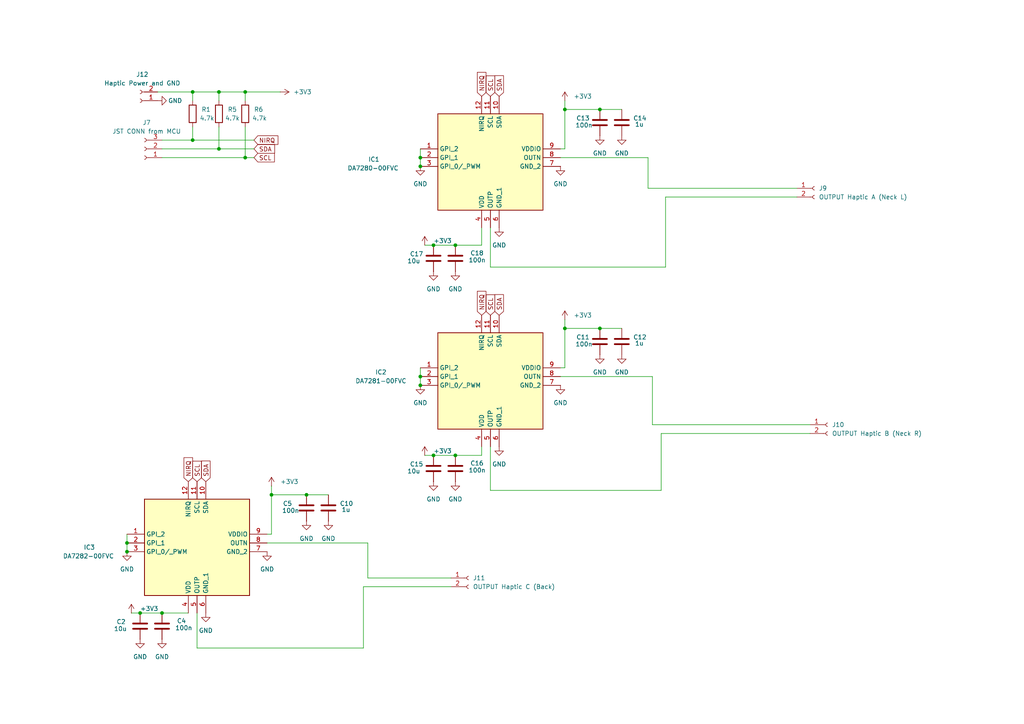
<source format=kicad_sch>
(kicad_sch
	(version 20250114)
	(generator "eeschema")
	(generator_version "9.0")
	(uuid "ca264bc0-7eb0-409d-a384-ab75d91ce8bb")
	(paper "A4")
	(title_block
		(title "AI Deputy")
		(date "2025-10-29")
		(rev "v0.1")
		(company "Area 42 & Albers-Online Psykologi")
		(comment 1 "SDU")
		(comment 2 "Expert In Teams Semester Project")
	)
	(lib_symbols
		(symbol "Connector:Conn_01x02_Socket"
			(pin_names
				(offset 1.016)
				(hide yes)
			)
			(exclude_from_sim no)
			(in_bom yes)
			(on_board yes)
			(property "Reference" "J"
				(at 0 2.54 0)
				(effects
					(font
						(size 1.27 1.27)
					)
				)
			)
			(property "Value" "Conn_01x02_Socket"
				(at 0 -5.08 0)
				(effects
					(font
						(size 1.27 1.27)
					)
				)
			)
			(property "Footprint" ""
				(at 0 0 0)
				(effects
					(font
						(size 1.27 1.27)
					)
					(hide yes)
				)
			)
			(property "Datasheet" "~"
				(at 0 0 0)
				(effects
					(font
						(size 1.27 1.27)
					)
					(hide yes)
				)
			)
			(property "Description" "Generic connector, single row, 01x02, script generated"
				(at 0 0 0)
				(effects
					(font
						(size 1.27 1.27)
					)
					(hide yes)
				)
			)
			(property "ki_locked" ""
				(at 0 0 0)
				(effects
					(font
						(size 1.27 1.27)
					)
				)
			)
			(property "ki_keywords" "connector"
				(at 0 0 0)
				(effects
					(font
						(size 1.27 1.27)
					)
					(hide yes)
				)
			)
			(property "ki_fp_filters" "Connector*:*_1x??_*"
				(at 0 0 0)
				(effects
					(font
						(size 1.27 1.27)
					)
					(hide yes)
				)
			)
			(symbol "Conn_01x02_Socket_1_1"
				(polyline
					(pts
						(xy -1.27 0) (xy -0.508 0)
					)
					(stroke
						(width 0.1524)
						(type default)
					)
					(fill
						(type none)
					)
				)
				(polyline
					(pts
						(xy -1.27 -2.54) (xy -0.508 -2.54)
					)
					(stroke
						(width 0.1524)
						(type default)
					)
					(fill
						(type none)
					)
				)
				(arc
					(start 0 -0.508)
					(mid -0.5058 0)
					(end 0 0.508)
					(stroke
						(width 0.1524)
						(type default)
					)
					(fill
						(type none)
					)
				)
				(arc
					(start 0 -3.048)
					(mid -0.5058 -2.54)
					(end 0 -2.032)
					(stroke
						(width 0.1524)
						(type default)
					)
					(fill
						(type none)
					)
				)
				(pin passive line
					(at -5.08 0 0)
					(length 3.81)
					(name "Pin_1"
						(effects
							(font
								(size 1.27 1.27)
							)
						)
					)
					(number "1"
						(effects
							(font
								(size 1.27 1.27)
							)
						)
					)
				)
				(pin passive line
					(at -5.08 -2.54 0)
					(length 3.81)
					(name "Pin_2"
						(effects
							(font
								(size 1.27 1.27)
							)
						)
					)
					(number "2"
						(effects
							(font
								(size 1.27 1.27)
							)
						)
					)
				)
			)
			(embedded_fonts no)
		)
		(symbol "Connector:Conn_01x03_Socket"
			(pin_names
				(offset 1.016)
				(hide yes)
			)
			(exclude_from_sim no)
			(in_bom yes)
			(on_board yes)
			(property "Reference" "J"
				(at 0 5.08 0)
				(effects
					(font
						(size 1.27 1.27)
					)
				)
			)
			(property "Value" "Conn_01x03_Socket"
				(at 0 -5.08 0)
				(effects
					(font
						(size 1.27 1.27)
					)
				)
			)
			(property "Footprint" ""
				(at 0 0 0)
				(effects
					(font
						(size 1.27 1.27)
					)
					(hide yes)
				)
			)
			(property "Datasheet" "~"
				(at 0 0 0)
				(effects
					(font
						(size 1.27 1.27)
					)
					(hide yes)
				)
			)
			(property "Description" "Generic connector, single row, 01x03, script generated"
				(at 0 0 0)
				(effects
					(font
						(size 1.27 1.27)
					)
					(hide yes)
				)
			)
			(property "ki_locked" ""
				(at 0 0 0)
				(effects
					(font
						(size 1.27 1.27)
					)
				)
			)
			(property "ki_keywords" "connector"
				(at 0 0 0)
				(effects
					(font
						(size 1.27 1.27)
					)
					(hide yes)
				)
			)
			(property "ki_fp_filters" "Connector*:*_1x??_*"
				(at 0 0 0)
				(effects
					(font
						(size 1.27 1.27)
					)
					(hide yes)
				)
			)
			(symbol "Conn_01x03_Socket_1_1"
				(polyline
					(pts
						(xy -1.27 2.54) (xy -0.508 2.54)
					)
					(stroke
						(width 0.1524)
						(type default)
					)
					(fill
						(type none)
					)
				)
				(polyline
					(pts
						(xy -1.27 0) (xy -0.508 0)
					)
					(stroke
						(width 0.1524)
						(type default)
					)
					(fill
						(type none)
					)
				)
				(polyline
					(pts
						(xy -1.27 -2.54) (xy -0.508 -2.54)
					)
					(stroke
						(width 0.1524)
						(type default)
					)
					(fill
						(type none)
					)
				)
				(arc
					(start 0 2.032)
					(mid -0.5058 2.54)
					(end 0 3.048)
					(stroke
						(width 0.1524)
						(type default)
					)
					(fill
						(type none)
					)
				)
				(arc
					(start 0 -0.508)
					(mid -0.5058 0)
					(end 0 0.508)
					(stroke
						(width 0.1524)
						(type default)
					)
					(fill
						(type none)
					)
				)
				(arc
					(start 0 -3.048)
					(mid -0.5058 -2.54)
					(end 0 -2.032)
					(stroke
						(width 0.1524)
						(type default)
					)
					(fill
						(type none)
					)
				)
				(pin passive line
					(at -5.08 2.54 0)
					(length 3.81)
					(name "Pin_1"
						(effects
							(font
								(size 1.27 1.27)
							)
						)
					)
					(number "1"
						(effects
							(font
								(size 1.27 1.27)
							)
						)
					)
				)
				(pin passive line
					(at -5.08 0 0)
					(length 3.81)
					(name "Pin_2"
						(effects
							(font
								(size 1.27 1.27)
							)
						)
					)
					(number "2"
						(effects
							(font
								(size 1.27 1.27)
							)
						)
					)
				)
				(pin passive line
					(at -5.08 -2.54 0)
					(length 3.81)
					(name "Pin_3"
						(effects
							(font
								(size 1.27 1.27)
							)
						)
					)
					(number "3"
						(effects
							(font
								(size 1.27 1.27)
							)
						)
					)
				)
			)
			(embedded_fonts no)
		)
		(symbol "DA7280-00FVC:DA7280-00FVC"
			(exclude_from_sim no)
			(in_bom yes)
			(on_board yes)
			(property "Reference" "IC"
				(at 36.83 15.24 0)
				(effects
					(font
						(size 1.27 1.27)
					)
					(justify left top)
				)
			)
			(property "Value" "DA7280-00FVC"
				(at 36.83 12.7 0)
				(effects
					(font
						(size 1.27 1.27)
					)
					(justify left top)
				)
			)
			(property "Footprint" "QFN65P300X300X84-12N"
				(at 36.83 -87.3 0)
				(effects
					(font
						(size 1.27 1.27)
					)
					(justify left top)
					(hide yes)
				)
			)
			(property "Datasheet" "https://www.dialog-semiconductor.com/sites/default/files/da7280_datasheet_3v0.pdf"
				(at 36.83 -187.3 0)
				(effects
					(font
						(size 1.27 1.27)
					)
					(justify left top)
					(hide yes)
				)
			)
			(property "Description" "Motor / Motion / Ignition Controllers & Drivers Haptic Driver ICLRA/ERM Haptic Driver with Multiple Input Triggers, Integrated Waveform Memory and Wideband Support"
				(at 0 0 0)
				(effects
					(font
						(size 1.27 1.27)
					)
					(hide yes)
				)
			)
			(property "Height" "0.84"
				(at 36.83 -387.3 0)
				(effects
					(font
						(size 1.27 1.27)
					)
					(justify left top)
					(hide yes)
				)
			)
			(property "Farnell Part Number" ""
				(at 36.83 -487.3 0)
				(effects
					(font
						(size 1.27 1.27)
					)
					(justify left top)
					(hide yes)
				)
			)
			(property "Farnell Price/Stock" ""
				(at 36.83 -587.3 0)
				(effects
					(font
						(size 1.27 1.27)
					)
					(justify left top)
					(hide yes)
				)
			)
			(property "Manufacturer_Name" "Renesas Electronics"
				(at 36.83 -687.3 0)
				(effects
					(font
						(size 1.27 1.27)
					)
					(justify left top)
					(hide yes)
				)
			)
			(property "Manufacturer_Part_Number" "DA7280-00FVC"
				(at 36.83 -787.3 0)
				(effects
					(font
						(size 1.27 1.27)
					)
					(justify left top)
					(hide yes)
				)
			)
			(symbol "DA7280-00FVC_1_1"
				(rectangle
					(start 5.08 10.16)
					(end 35.56 -17.78)
					(stroke
						(width 0.254)
						(type default)
					)
					(fill
						(type background)
					)
				)
				(pin passive line
					(at 0 0 0)
					(length 5.08)
					(name "GPI_2"
						(effects
							(font
								(size 1.27 1.27)
							)
						)
					)
					(number "1"
						(effects
							(font
								(size 1.27 1.27)
							)
						)
					)
				)
				(pin passive line
					(at 0 -2.54 0)
					(length 5.08)
					(name "GPI_1"
						(effects
							(font
								(size 1.27 1.27)
							)
						)
					)
					(number "2"
						(effects
							(font
								(size 1.27 1.27)
							)
						)
					)
				)
				(pin passive line
					(at 0 -5.08 0)
					(length 5.08)
					(name "GPI_0/_PWM"
						(effects
							(font
								(size 1.27 1.27)
							)
						)
					)
					(number "3"
						(effects
							(font
								(size 1.27 1.27)
							)
						)
					)
				)
				(pin passive line
					(at 17.78 15.24 270)
					(length 5.08)
					(name "NIRQ"
						(effects
							(font
								(size 1.27 1.27)
							)
						)
					)
					(number "12"
						(effects
							(font
								(size 1.27 1.27)
							)
						)
					)
				)
				(pin passive line
					(at 17.78 -22.86 90)
					(length 5.08)
					(name "VDD"
						(effects
							(font
								(size 1.27 1.27)
							)
						)
					)
					(number "4"
						(effects
							(font
								(size 1.27 1.27)
							)
						)
					)
				)
				(pin passive line
					(at 20.32 15.24 270)
					(length 5.08)
					(name "SCL"
						(effects
							(font
								(size 1.27 1.27)
							)
						)
					)
					(number "11"
						(effects
							(font
								(size 1.27 1.27)
							)
						)
					)
				)
				(pin passive line
					(at 20.32 -22.86 90)
					(length 5.08)
					(name "OUTP"
						(effects
							(font
								(size 1.27 1.27)
							)
						)
					)
					(number "5"
						(effects
							(font
								(size 1.27 1.27)
							)
						)
					)
				)
				(pin passive line
					(at 22.86 15.24 270)
					(length 5.08)
					(name "SDA"
						(effects
							(font
								(size 1.27 1.27)
							)
						)
					)
					(number "10"
						(effects
							(font
								(size 1.27 1.27)
							)
						)
					)
				)
				(pin passive line
					(at 22.86 -22.86 90)
					(length 5.08)
					(name "GND_1"
						(effects
							(font
								(size 1.27 1.27)
							)
						)
					)
					(number "6"
						(effects
							(font
								(size 1.27 1.27)
							)
						)
					)
				)
				(pin passive line
					(at 40.64 0 180)
					(length 5.08)
					(name "VDDIO"
						(effects
							(font
								(size 1.27 1.27)
							)
						)
					)
					(number "9"
						(effects
							(font
								(size 1.27 1.27)
							)
						)
					)
				)
				(pin passive line
					(at 40.64 -2.54 180)
					(length 5.08)
					(name "OUTN"
						(effects
							(font
								(size 1.27 1.27)
							)
						)
					)
					(number "8"
						(effects
							(font
								(size 1.27 1.27)
							)
						)
					)
				)
				(pin passive line
					(at 40.64 -5.08 180)
					(length 5.08)
					(name "GND_2"
						(effects
							(font
								(size 1.27 1.27)
							)
						)
					)
					(number "7"
						(effects
							(font
								(size 1.27 1.27)
							)
						)
					)
				)
			)
			(embedded_fonts no)
		)
		(symbol "Device:C"
			(pin_numbers
				(hide yes)
			)
			(pin_names
				(offset 0.254)
			)
			(exclude_from_sim no)
			(in_bom yes)
			(on_board yes)
			(property "Reference" "C"
				(at 0.635 2.54 0)
				(effects
					(font
						(size 1.27 1.27)
					)
					(justify left)
				)
			)
			(property "Value" "C"
				(at 0.635 -2.54 0)
				(effects
					(font
						(size 1.27 1.27)
					)
					(justify left)
				)
			)
			(property "Footprint" ""
				(at 0.9652 -3.81 0)
				(effects
					(font
						(size 1.27 1.27)
					)
					(hide yes)
				)
			)
			(property "Datasheet" "~"
				(at 0 0 0)
				(effects
					(font
						(size 1.27 1.27)
					)
					(hide yes)
				)
			)
			(property "Description" "Unpolarized capacitor"
				(at 0 0 0)
				(effects
					(font
						(size 1.27 1.27)
					)
					(hide yes)
				)
			)
			(property "ki_keywords" "cap capacitor"
				(at 0 0 0)
				(effects
					(font
						(size 1.27 1.27)
					)
					(hide yes)
				)
			)
			(property "ki_fp_filters" "C_*"
				(at 0 0 0)
				(effects
					(font
						(size 1.27 1.27)
					)
					(hide yes)
				)
			)
			(symbol "C_0_1"
				(polyline
					(pts
						(xy -2.032 0.762) (xy 2.032 0.762)
					)
					(stroke
						(width 0.508)
						(type default)
					)
					(fill
						(type none)
					)
				)
				(polyline
					(pts
						(xy -2.032 -0.762) (xy 2.032 -0.762)
					)
					(stroke
						(width 0.508)
						(type default)
					)
					(fill
						(type none)
					)
				)
			)
			(symbol "C_1_1"
				(pin passive line
					(at 0 3.81 270)
					(length 2.794)
					(name "~"
						(effects
							(font
								(size 1.27 1.27)
							)
						)
					)
					(number "1"
						(effects
							(font
								(size 1.27 1.27)
							)
						)
					)
				)
				(pin passive line
					(at 0 -3.81 90)
					(length 2.794)
					(name "~"
						(effects
							(font
								(size 1.27 1.27)
							)
						)
					)
					(number "2"
						(effects
							(font
								(size 1.27 1.27)
							)
						)
					)
				)
			)
			(embedded_fonts no)
		)
		(symbol "Device:R"
			(pin_numbers
				(hide yes)
			)
			(pin_names
				(offset 0)
			)
			(exclude_from_sim no)
			(in_bom yes)
			(on_board yes)
			(property "Reference" "R"
				(at 2.032 0 90)
				(effects
					(font
						(size 1.27 1.27)
					)
				)
			)
			(property "Value" "R"
				(at 0 0 90)
				(effects
					(font
						(size 1.27 1.27)
					)
				)
			)
			(property "Footprint" ""
				(at -1.778 0 90)
				(effects
					(font
						(size 1.27 1.27)
					)
					(hide yes)
				)
			)
			(property "Datasheet" "~"
				(at 0 0 0)
				(effects
					(font
						(size 1.27 1.27)
					)
					(hide yes)
				)
			)
			(property "Description" "Resistor"
				(at 0 0 0)
				(effects
					(font
						(size 1.27 1.27)
					)
					(hide yes)
				)
			)
			(property "ki_keywords" "R res resistor"
				(at 0 0 0)
				(effects
					(font
						(size 1.27 1.27)
					)
					(hide yes)
				)
			)
			(property "ki_fp_filters" "R_*"
				(at 0 0 0)
				(effects
					(font
						(size 1.27 1.27)
					)
					(hide yes)
				)
			)
			(symbol "R_0_1"
				(rectangle
					(start -1.016 -2.54)
					(end 1.016 2.54)
					(stroke
						(width 0.254)
						(type default)
					)
					(fill
						(type none)
					)
				)
			)
			(symbol "R_1_1"
				(pin passive line
					(at 0 3.81 270)
					(length 1.27)
					(name "~"
						(effects
							(font
								(size 1.27 1.27)
							)
						)
					)
					(number "1"
						(effects
							(font
								(size 1.27 1.27)
							)
						)
					)
				)
				(pin passive line
					(at 0 -3.81 90)
					(length 1.27)
					(name "~"
						(effects
							(font
								(size 1.27 1.27)
							)
						)
					)
					(number "2"
						(effects
							(font
								(size 1.27 1.27)
							)
						)
					)
				)
			)
			(embedded_fonts no)
		)
		(symbol "power:+3V3"
			(power)
			(pin_numbers
				(hide yes)
			)
			(pin_names
				(offset 0)
				(hide yes)
			)
			(exclude_from_sim no)
			(in_bom yes)
			(on_board yes)
			(property "Reference" "#PWR"
				(at 0 -3.81 0)
				(effects
					(font
						(size 1.27 1.27)
					)
					(hide yes)
				)
			)
			(property "Value" "+3V3"
				(at 0 3.556 0)
				(effects
					(font
						(size 1.27 1.27)
					)
				)
			)
			(property "Footprint" ""
				(at 0 0 0)
				(effects
					(font
						(size 1.27 1.27)
					)
					(hide yes)
				)
			)
			(property "Datasheet" ""
				(at 0 0 0)
				(effects
					(font
						(size 1.27 1.27)
					)
					(hide yes)
				)
			)
			(property "Description" "Power symbol creates a global label with name \"+3V3\""
				(at 0 0 0)
				(effects
					(font
						(size 1.27 1.27)
					)
					(hide yes)
				)
			)
			(property "ki_keywords" "global power"
				(at 0 0 0)
				(effects
					(font
						(size 1.27 1.27)
					)
					(hide yes)
				)
			)
			(symbol "+3V3_0_1"
				(polyline
					(pts
						(xy -0.762 1.27) (xy 0 2.54)
					)
					(stroke
						(width 0)
						(type default)
					)
					(fill
						(type none)
					)
				)
				(polyline
					(pts
						(xy 0 2.54) (xy 0.762 1.27)
					)
					(stroke
						(width 0)
						(type default)
					)
					(fill
						(type none)
					)
				)
				(polyline
					(pts
						(xy 0 0) (xy 0 2.54)
					)
					(stroke
						(width 0)
						(type default)
					)
					(fill
						(type none)
					)
				)
			)
			(symbol "+3V3_1_1"
				(pin power_in line
					(at 0 0 90)
					(length 0)
					(name "~"
						(effects
							(font
								(size 1.27 1.27)
							)
						)
					)
					(number "1"
						(effects
							(font
								(size 1.27 1.27)
							)
						)
					)
				)
			)
			(embedded_fonts no)
		)
		(symbol "power:GND"
			(power)
			(pin_numbers
				(hide yes)
			)
			(pin_names
				(offset 0)
				(hide yes)
			)
			(exclude_from_sim no)
			(in_bom yes)
			(on_board yes)
			(property "Reference" "#PWR"
				(at 0 -6.35 0)
				(effects
					(font
						(size 1.27 1.27)
					)
					(hide yes)
				)
			)
			(property "Value" "GND"
				(at 0 -3.81 0)
				(effects
					(font
						(size 1.27 1.27)
					)
				)
			)
			(property "Footprint" ""
				(at 0 0 0)
				(effects
					(font
						(size 1.27 1.27)
					)
					(hide yes)
				)
			)
			(property "Datasheet" ""
				(at 0 0 0)
				(effects
					(font
						(size 1.27 1.27)
					)
					(hide yes)
				)
			)
			(property "Description" "Power symbol creates a global label with name \"GND\" , ground"
				(at 0 0 0)
				(effects
					(font
						(size 1.27 1.27)
					)
					(hide yes)
				)
			)
			(property "ki_keywords" "global power"
				(at 0 0 0)
				(effects
					(font
						(size 1.27 1.27)
					)
					(hide yes)
				)
			)
			(symbol "GND_0_1"
				(polyline
					(pts
						(xy 0 0) (xy 0 -1.27) (xy 1.27 -1.27) (xy 0 -2.54) (xy -1.27 -1.27) (xy 0 -1.27)
					)
					(stroke
						(width 0)
						(type default)
					)
					(fill
						(type none)
					)
				)
			)
			(symbol "GND_1_1"
				(pin power_in line
					(at 0 0 270)
					(length 0)
					(name "~"
						(effects
							(font
								(size 1.27 1.27)
							)
						)
					)
					(number "1"
						(effects
							(font
								(size 1.27 1.27)
							)
						)
					)
				)
			)
			(embedded_fonts no)
		)
	)
	(junction
		(at 132.08 71.12)
		(diameter 0)
		(color 0 0 0 0)
		(uuid "09b11b3d-3a88-4b58-83a1-2813e4673e3a")
	)
	(junction
		(at 63.5 43.18)
		(diameter 0)
		(color 0 0 0 0)
		(uuid "0cb60427-08b0-4cd0-9306-8852b08a0680")
	)
	(junction
		(at 121.92 48.26)
		(diameter 0)
		(color 0 0 0 0)
		(uuid "0f78fbdc-1e99-42a2-9988-7d6e3aa875ab")
	)
	(junction
		(at 121.92 45.72)
		(diameter 0)
		(color 0 0 0 0)
		(uuid "347242ab-313e-4f9b-bdaa-d9619be1b380")
	)
	(junction
		(at 132.08 132.08)
		(diameter 0)
		(color 0 0 0 0)
		(uuid "39872d1c-bba3-4bbb-83b1-b6b86e18e938")
	)
	(junction
		(at 121.92 111.76)
		(diameter 0)
		(color 0 0 0 0)
		(uuid "49c711f7-85a8-49fa-a388-15405de275d5")
	)
	(junction
		(at 55.88 26.67)
		(diameter 0)
		(color 0 0 0 0)
		(uuid "4be99884-e939-4796-a6d8-3e1a3f86c225")
	)
	(junction
		(at 125.73 132.08)
		(diameter 0)
		(color 0 0 0 0)
		(uuid "4fc8c59c-528a-48fd-a898-95173c5927f6")
	)
	(junction
		(at 36.83 160.02)
		(diameter 0)
		(color 0 0 0 0)
		(uuid "504dc19f-707c-4e7c-931b-611fc3ac335c")
	)
	(junction
		(at 78.74 143.51)
		(diameter 0)
		(color 0 0 0 0)
		(uuid "573ddc6b-b8b0-4134-a2b6-bce6a59e7598")
	)
	(junction
		(at 125.73 71.12)
		(diameter 0)
		(color 0 0 0 0)
		(uuid "608e00e3-c1d0-4962-9ecb-11c1faaa6508")
	)
	(junction
		(at 173.99 31.75)
		(diameter 0)
		(color 0 0 0 0)
		(uuid "65cc6dbc-b9e8-4eea-a20f-431288f575b1")
	)
	(junction
		(at 163.83 95.25)
		(diameter 0)
		(color 0 0 0 0)
		(uuid "6d4236c1-c879-43b2-a525-402d3fae321d")
	)
	(junction
		(at 36.83 157.48)
		(diameter 0)
		(color 0 0 0 0)
		(uuid "885f0988-bcf6-4f19-89db-d84b7614ee9a")
	)
	(junction
		(at 55.88 40.64)
		(diameter 0)
		(color 0 0 0 0)
		(uuid "9644e802-8862-4513-bc99-9726a0a0f854")
	)
	(junction
		(at 40.64 177.8)
		(diameter 0)
		(color 0 0 0 0)
		(uuid "9bda7b9c-0e8d-429b-bf01-81f6c759fd74")
	)
	(junction
		(at 173.99 95.25)
		(diameter 0)
		(color 0 0 0 0)
		(uuid "aee6ea6f-0552-45be-8901-ed67ad48ce13")
	)
	(junction
		(at 63.5 26.67)
		(diameter 0)
		(color 0 0 0 0)
		(uuid "bcc38b9e-cfc4-471c-aa58-ed7427984d37")
	)
	(junction
		(at 46.99 177.8)
		(diameter 0)
		(color 0 0 0 0)
		(uuid "bdacf6c1-0606-411a-89d6-eb94722120c7")
	)
	(junction
		(at 163.83 31.75)
		(diameter 0)
		(color 0 0 0 0)
		(uuid "d5b237ba-66d5-40af-af15-43ce7f4468c9")
	)
	(junction
		(at 121.92 109.22)
		(diameter 0)
		(color 0 0 0 0)
		(uuid "e03c4c55-0bcd-4fc5-a168-fc8a08b1ebe1")
	)
	(junction
		(at 71.12 45.72)
		(diameter 0)
		(color 0 0 0 0)
		(uuid "e1266b16-4bfe-4631-86ea-fccca4e4ed65")
	)
	(junction
		(at 71.12 26.67)
		(diameter 0)
		(color 0 0 0 0)
		(uuid "e278c872-fb87-47fc-83d9-afbe296fa37c")
	)
	(junction
		(at 88.9 143.51)
		(diameter 0)
		(color 0 0 0 0)
		(uuid "f6339448-8607-4a22-8630-5c06bf9f9560")
	)
	(wire
		(pts
			(xy 63.5 43.18) (xy 73.66 43.18)
		)
		(stroke
			(width 0)
			(type default)
		)
		(uuid "01e6a65b-bda3-4c8e-b313-5303641634b3")
	)
	(wire
		(pts
			(xy 63.5 36.83) (xy 63.5 43.18)
		)
		(stroke
			(width 0)
			(type default)
		)
		(uuid "10779350-7686-4657-8037-16b3fbf5535d")
	)
	(wire
		(pts
			(xy 163.83 95.25) (xy 173.99 95.25)
		)
		(stroke
			(width 0)
			(type default)
		)
		(uuid "10bf7c7d-9411-4dd2-9008-f927b8a9647a")
	)
	(wire
		(pts
			(xy 55.88 36.83) (xy 55.88 40.64)
		)
		(stroke
			(width 0)
			(type default)
		)
		(uuid "13c56807-d7ef-4d80-846e-07478f6d504a")
	)
	(wire
		(pts
			(xy 106.68 157.48) (xy 106.68 167.64)
		)
		(stroke
			(width 0)
			(type default)
		)
		(uuid "16fbb825-59f5-485f-a42c-bf8da76df605")
	)
	(wire
		(pts
			(xy 46.99 177.8) (xy 54.61 177.8)
		)
		(stroke
			(width 0)
			(type default)
		)
		(uuid "1a008160-b0cf-4814-bc70-048646ea08d4")
	)
	(wire
		(pts
			(xy 142.24 129.54) (xy 142.24 142.24)
		)
		(stroke
			(width 0)
			(type default)
		)
		(uuid "1c72b25e-878e-4f87-b41c-e45c61ad9262")
	)
	(wire
		(pts
			(xy 55.88 26.67) (xy 45.72 26.67)
		)
		(stroke
			(width 0)
			(type default)
		)
		(uuid "247238e1-744c-4202-ba33-e79ecb96aa79")
	)
	(wire
		(pts
			(xy 78.74 143.51) (xy 78.74 154.94)
		)
		(stroke
			(width 0)
			(type default)
		)
		(uuid "264d0226-0d5f-45f9-9947-d63d8cbd999b")
	)
	(wire
		(pts
			(xy 123.19 132.08) (xy 125.73 132.08)
		)
		(stroke
			(width 0)
			(type default)
		)
		(uuid "27ae2b1e-faae-4304-a2bf-50d303b4d69d")
	)
	(wire
		(pts
			(xy 88.9 143.51) (xy 95.25 143.51)
		)
		(stroke
			(width 0)
			(type default)
		)
		(uuid "2d7ace9a-3af2-4bed-9f47-8252ef5eb87f")
	)
	(wire
		(pts
			(xy 36.83 154.94) (xy 36.83 157.48)
		)
		(stroke
			(width 0)
			(type default)
		)
		(uuid "2ee5f159-05ca-41e8-83fa-89bf2ac97a53")
	)
	(wire
		(pts
			(xy 142.24 77.47) (xy 193.04 77.47)
		)
		(stroke
			(width 0)
			(type default)
		)
		(uuid "303718e1-b888-46c0-a4ae-b2ae0ab3f547")
	)
	(wire
		(pts
			(xy 163.83 92.71) (xy 163.83 95.25)
		)
		(stroke
			(width 0)
			(type default)
		)
		(uuid "3931f82d-c735-43f6-b163-0015c60c7621")
	)
	(wire
		(pts
			(xy 132.08 132.08) (xy 139.7 132.08)
		)
		(stroke
			(width 0)
			(type default)
		)
		(uuid "3ba8f02b-d8df-452d-93f0-fc9597c7a2e9")
	)
	(wire
		(pts
			(xy 121.92 43.18) (xy 121.92 45.72)
		)
		(stroke
			(width 0)
			(type default)
		)
		(uuid "461025ea-0501-48ae-9f0f-53d0b9fa6e78")
	)
	(wire
		(pts
			(xy 173.99 95.25) (xy 180.34 95.25)
		)
		(stroke
			(width 0)
			(type default)
		)
		(uuid "475434e1-a38e-45c0-aec7-a8902493e4f9")
	)
	(wire
		(pts
			(xy 231.14 57.15) (xy 193.04 57.15)
		)
		(stroke
			(width 0)
			(type default)
		)
		(uuid "4935e54b-d712-420f-b631-4839c6869234")
	)
	(wire
		(pts
			(xy 163.83 31.75) (xy 163.83 43.18)
		)
		(stroke
			(width 0)
			(type default)
		)
		(uuid "49a9f7db-6449-4e90-b865-1095c71b8358")
	)
	(wire
		(pts
			(xy 231.14 54.61) (xy 187.96 54.61)
		)
		(stroke
			(width 0)
			(type default)
		)
		(uuid "4bd89c93-68d3-4021-ba34-4dffd0b1f4c6")
	)
	(wire
		(pts
			(xy 142.24 142.24) (xy 191.77 142.24)
		)
		(stroke
			(width 0)
			(type default)
		)
		(uuid "500142f4-8cd1-4faa-8e45-80a81c41406c")
	)
	(wire
		(pts
			(xy 121.92 109.22) (xy 121.92 111.76)
		)
		(stroke
			(width 0)
			(type default)
		)
		(uuid "55216e5f-f54d-4a23-a4e6-53ce341b9b50")
	)
	(wire
		(pts
			(xy 132.08 71.12) (xy 139.7 71.12)
		)
		(stroke
			(width 0)
			(type default)
		)
		(uuid "58f553fb-fdfa-4546-90e1-58506f4f6371")
	)
	(wire
		(pts
			(xy 71.12 26.67) (xy 63.5 26.67)
		)
		(stroke
			(width 0)
			(type default)
		)
		(uuid "5c8048e8-0f2a-4f63-91c8-694fa1952509")
	)
	(wire
		(pts
			(xy 189.23 123.19) (xy 189.23 109.22)
		)
		(stroke
			(width 0)
			(type default)
		)
		(uuid "63d5e575-553a-4dd8-a171-92a4d06e69e2")
	)
	(wire
		(pts
			(xy 71.12 26.67) (xy 71.12 29.21)
		)
		(stroke
			(width 0)
			(type default)
		)
		(uuid "65c15292-fcad-40f5-af5b-9d22133ae138")
	)
	(wire
		(pts
			(xy 78.74 140.97) (xy 78.74 143.51)
		)
		(stroke
			(width 0)
			(type default)
		)
		(uuid "7c0dde01-e7f6-42b0-bfbb-c8f837696bb8")
	)
	(wire
		(pts
			(xy 142.24 66.04) (xy 142.24 77.47)
		)
		(stroke
			(width 0)
			(type default)
		)
		(uuid "7dea090a-28ed-4b2a-924b-8f4368a9ac31")
	)
	(wire
		(pts
			(xy 57.15 177.8) (xy 57.15 187.96)
		)
		(stroke
			(width 0)
			(type default)
		)
		(uuid "7dfb7354-d969-4929-8d25-f8aa28e72c95")
	)
	(wire
		(pts
			(xy 187.96 54.61) (xy 187.96 45.72)
		)
		(stroke
			(width 0)
			(type default)
		)
		(uuid "7f979eac-7bfe-4b96-8608-8df0b26d2c63")
	)
	(wire
		(pts
			(xy 40.64 177.8) (xy 46.99 177.8)
		)
		(stroke
			(width 0)
			(type default)
		)
		(uuid "8206aaa5-bdc7-4388-8ae4-9a4dce4f764a")
	)
	(wire
		(pts
			(xy 189.23 123.19) (xy 234.95 123.19)
		)
		(stroke
			(width 0)
			(type default)
		)
		(uuid "870530ac-baa8-4bcf-83d6-5606975e4d73")
	)
	(wire
		(pts
			(xy 55.88 26.67) (xy 55.88 29.21)
		)
		(stroke
			(width 0)
			(type default)
		)
		(uuid "8c65c4df-a17b-426e-999f-167711cdc91e")
	)
	(wire
		(pts
			(xy 63.5 26.67) (xy 63.5 29.21)
		)
		(stroke
			(width 0)
			(type default)
		)
		(uuid "908ededa-c0a7-4b0d-b5f2-7d3c208901be")
	)
	(wire
		(pts
			(xy 163.83 29.21) (xy 163.83 31.75)
		)
		(stroke
			(width 0)
			(type default)
		)
		(uuid "93d604f1-df2f-4608-b89e-0a7a7dace4c4")
	)
	(wire
		(pts
			(xy 162.56 109.22) (xy 189.23 109.22)
		)
		(stroke
			(width 0)
			(type default)
		)
		(uuid "9503de32-7205-423b-bb42-d13988246887")
	)
	(wire
		(pts
			(xy 73.66 40.64) (xy 55.88 40.64)
		)
		(stroke
			(width 0)
			(type default)
		)
		(uuid "9dc90606-08f1-45c9-938b-1866757325ad")
	)
	(wire
		(pts
			(xy 193.04 57.15) (xy 193.04 77.47)
		)
		(stroke
			(width 0)
			(type default)
		)
		(uuid "a34cb75e-849c-42ea-8899-77faf7b6cae1")
	)
	(wire
		(pts
			(xy 139.7 71.12) (xy 139.7 66.04)
		)
		(stroke
			(width 0)
			(type default)
		)
		(uuid "a4afdc1e-02ad-4a51-bc2d-49802c3fedd9")
	)
	(wire
		(pts
			(xy 121.92 106.68) (xy 121.92 109.22)
		)
		(stroke
			(width 0)
			(type default)
		)
		(uuid "aab3ceca-05d2-4e24-b570-4426e6315044")
	)
	(wire
		(pts
			(xy 121.92 45.72) (xy 121.92 48.26)
		)
		(stroke
			(width 0)
			(type default)
		)
		(uuid "ac2565d7-09ce-4867-8048-d6762e2e14ec")
	)
	(wire
		(pts
			(xy 106.68 167.64) (xy 130.81 167.64)
		)
		(stroke
			(width 0)
			(type default)
		)
		(uuid "b08eb062-a7ff-4bb6-accd-b7c527725234")
	)
	(wire
		(pts
			(xy 57.15 187.96) (xy 105.41 187.96)
		)
		(stroke
			(width 0)
			(type default)
		)
		(uuid "b45a76a4-a9ba-45d1-a03a-fa18d078488a")
	)
	(wire
		(pts
			(xy 55.88 40.64) (xy 46.99 40.64)
		)
		(stroke
			(width 0)
			(type default)
		)
		(uuid "b5e43438-8ac3-48f8-8752-d6927053c641")
	)
	(wire
		(pts
			(xy 78.74 143.51) (xy 88.9 143.51)
		)
		(stroke
			(width 0)
			(type default)
		)
		(uuid "b92f96e2-d889-4cc1-bfbe-630762556346")
	)
	(wire
		(pts
			(xy 81.28 26.67) (xy 71.12 26.67)
		)
		(stroke
			(width 0)
			(type default)
		)
		(uuid "b94bd28d-af57-46c0-8e91-0dcf64481a3c")
	)
	(wire
		(pts
			(xy 46.99 43.18) (xy 63.5 43.18)
		)
		(stroke
			(width 0)
			(type default)
		)
		(uuid "bfae001e-7871-4c18-bee6-ac261ef8ebc0")
	)
	(wire
		(pts
			(xy 125.73 71.12) (xy 132.08 71.12)
		)
		(stroke
			(width 0)
			(type default)
		)
		(uuid "c212a660-09dc-42b9-8404-266f8549dd02")
	)
	(wire
		(pts
			(xy 162.56 45.72) (xy 187.96 45.72)
		)
		(stroke
			(width 0)
			(type default)
		)
		(uuid "c64a66e1-11e2-4882-86d9-419499d122f8")
	)
	(wire
		(pts
			(xy 173.99 31.75) (xy 180.34 31.75)
		)
		(stroke
			(width 0)
			(type default)
		)
		(uuid "c6b5dffb-927f-40c1-b93f-f40ce17bb23a")
	)
	(wire
		(pts
			(xy 191.77 142.24) (xy 191.77 125.73)
		)
		(stroke
			(width 0)
			(type default)
		)
		(uuid "c9761b12-b65f-4ad3-b2ff-79f70242b84e")
	)
	(wire
		(pts
			(xy 71.12 36.83) (xy 71.12 45.72)
		)
		(stroke
			(width 0)
			(type default)
		)
		(uuid "cc0682de-3a25-4ee7-85f6-47fe63bcf4d4")
	)
	(wire
		(pts
			(xy 77.47 157.48) (xy 106.68 157.48)
		)
		(stroke
			(width 0)
			(type default)
		)
		(uuid "cd085577-1a36-4261-bcc5-38f8cc6bbec1")
	)
	(wire
		(pts
			(xy 63.5 26.67) (xy 55.88 26.67)
		)
		(stroke
			(width 0)
			(type default)
		)
		(uuid "cf5e26bf-ae17-4154-986c-0abdc7eb029f")
	)
	(wire
		(pts
			(xy 163.83 106.68) (xy 162.56 106.68)
		)
		(stroke
			(width 0)
			(type default)
		)
		(uuid "d103f3f6-6763-46b1-8515-34a85b8df079")
	)
	(wire
		(pts
			(xy 46.99 45.72) (xy 71.12 45.72)
		)
		(stroke
			(width 0)
			(type default)
		)
		(uuid "d39533a3-c0b5-4316-bdd3-1bd5836fb59f")
	)
	(wire
		(pts
			(xy 139.7 132.08) (xy 139.7 129.54)
		)
		(stroke
			(width 0)
			(type default)
		)
		(uuid "d6c78a9c-4473-4142-91a7-a0411c6b4284")
	)
	(wire
		(pts
			(xy 191.77 125.73) (xy 234.95 125.73)
		)
		(stroke
			(width 0)
			(type default)
		)
		(uuid "dab20369-2104-44f1-b210-4ca436077b6d")
	)
	(wire
		(pts
			(xy 125.73 132.08) (xy 132.08 132.08)
		)
		(stroke
			(width 0)
			(type default)
		)
		(uuid "dcbf912b-b963-4bb9-95b1-3a94be4e79bc")
	)
	(wire
		(pts
			(xy 105.41 187.96) (xy 105.41 170.18)
		)
		(stroke
			(width 0)
			(type default)
		)
		(uuid "dfc1e3f8-9224-4bb7-bcb7-4f97ea503f43")
	)
	(wire
		(pts
			(xy 105.41 170.18) (xy 130.81 170.18)
		)
		(stroke
			(width 0)
			(type default)
		)
		(uuid "eda68161-f258-4b97-baff-448991107389")
	)
	(wire
		(pts
			(xy 38.1 177.8) (xy 40.64 177.8)
		)
		(stroke
			(width 0)
			(type default)
		)
		(uuid "ee2ef371-8bb9-4aba-a832-6e09bcfd8ef5")
	)
	(wire
		(pts
			(xy 163.83 95.25) (xy 163.83 106.68)
		)
		(stroke
			(width 0)
			(type default)
		)
		(uuid "f0f8e293-d0f0-4356-b2b9-cd55555d169d")
	)
	(wire
		(pts
			(xy 163.83 31.75) (xy 173.99 31.75)
		)
		(stroke
			(width 0)
			(type default)
		)
		(uuid "f479962b-7955-43d1-9bfa-9e85f9e04025")
	)
	(wire
		(pts
			(xy 71.12 45.72) (xy 73.66 45.72)
		)
		(stroke
			(width 0)
			(type default)
		)
		(uuid "f6b62786-bdea-4cb0-babf-5c0ff5fb3ebc")
	)
	(wire
		(pts
			(xy 78.74 154.94) (xy 77.47 154.94)
		)
		(stroke
			(width 0)
			(type default)
		)
		(uuid "f7019f54-e2c7-4251-bdc7-aad227459ded")
	)
	(wire
		(pts
			(xy 163.83 43.18) (xy 162.56 43.18)
		)
		(stroke
			(width 0)
			(type default)
		)
		(uuid "f752e161-94cc-4796-8c04-caa186c4238d")
	)
	(wire
		(pts
			(xy 123.19 71.12) (xy 125.73 71.12)
		)
		(stroke
			(width 0)
			(type default)
		)
		(uuid "f778d077-6fc2-48a5-bdd4-d5a655ff36eb")
	)
	(wire
		(pts
			(xy 36.83 157.48) (xy 36.83 160.02)
		)
		(stroke
			(width 0)
			(type default)
		)
		(uuid "fd95184d-9d71-4ee2-9572-45b2263b9e3e")
	)
	(global_label "SCL"
		(shape input)
		(at 142.24 27.94 90)
		(fields_autoplaced yes)
		(effects
			(font
				(size 1.27 1.27)
			)
			(justify left)
		)
		(uuid "181f88d8-a543-4767-8b88-6c0493013e70")
		(property "Intersheetrefs" "${INTERSHEET_REFS}"
			(at 142.24 21.4472 90)
			(effects
				(font
					(size 1.27 1.27)
				)
				(justify left)
				(hide yes)
			)
		)
	)
	(global_label "SCL"
		(shape input)
		(at 142.24 91.44 90)
		(fields_autoplaced yes)
		(effects
			(font
				(size 1.27 1.27)
			)
			(justify left)
		)
		(uuid "236b4f1d-979b-4fc9-af1f-da5aad1843b7")
		(property "Intersheetrefs" "${INTERSHEET_REFS}"
			(at 142.24 84.9472 90)
			(effects
				(font
					(size 1.27 1.27)
				)
				(justify left)
				(hide yes)
			)
		)
	)
	(global_label "NIRQ"
		(shape input)
		(at 73.66 40.64 0)
		(fields_autoplaced yes)
		(effects
			(font
				(size 1.27 1.27)
			)
			(justify left)
		)
		(uuid "37c4ee36-9e39-4b24-8b49-9221df9b783c")
		(property "Intersheetrefs" "${INTERSHEET_REFS}"
			(at 81.181 40.64 0)
			(effects
				(font
					(size 1.27 1.27)
				)
				(justify left)
				(hide yes)
			)
		)
	)
	(global_label "NIRQ"
		(shape input)
		(at 139.7 91.44 90)
		(fields_autoplaced yes)
		(effects
			(font
				(size 1.27 1.27)
			)
			(justify left)
		)
		(uuid "4cf7cb3f-5087-4f5e-8966-9add64f138b1")
		(property "Intersheetrefs" "${INTERSHEET_REFS}"
			(at 139.7 83.919 90)
			(effects
				(font
					(size 1.27 1.27)
				)
				(justify left)
				(hide yes)
			)
		)
	)
	(global_label "NIRQ"
		(shape input)
		(at 54.61 139.7 90)
		(fields_autoplaced yes)
		(effects
			(font
				(size 1.27 1.27)
			)
			(justify left)
		)
		(uuid "76403b7e-149f-4c95-87e7-8aadcc9dfc1b")
		(property "Intersheetrefs" "${INTERSHEET_REFS}"
			(at 54.61 132.179 90)
			(effects
				(font
					(size 1.27 1.27)
				)
				(justify left)
				(hide yes)
			)
		)
	)
	(global_label "SCL"
		(shape input)
		(at 57.15 139.7 90)
		(fields_autoplaced yes)
		(effects
			(font
				(size 1.27 1.27)
			)
			(justify left)
		)
		(uuid "8b1142eb-d5f5-4b4f-9eb0-bc7f50f7b7ee")
		(property "Intersheetrefs" "${INTERSHEET_REFS}"
			(at 57.15 133.2072 90)
			(effects
				(font
					(size 1.27 1.27)
				)
				(justify left)
				(hide yes)
			)
		)
	)
	(global_label "NIRQ"
		(shape input)
		(at 139.7 27.94 90)
		(fields_autoplaced yes)
		(effects
			(font
				(size 1.27 1.27)
			)
			(justify left)
		)
		(uuid "8d2c052d-8b20-49be-a8b3-4dfe94db6816")
		(property "Intersheetrefs" "${INTERSHEET_REFS}"
			(at 139.7 20.419 90)
			(effects
				(font
					(size 1.27 1.27)
				)
				(justify left)
				(hide yes)
			)
		)
	)
	(global_label "SDA"
		(shape input)
		(at 59.69 139.7 90)
		(fields_autoplaced yes)
		(effects
			(font
				(size 1.27 1.27)
			)
			(justify left)
		)
		(uuid "b184e747-3e3a-444a-b6ea-a45d8b003be2")
		(property "Intersheetrefs" "${INTERSHEET_REFS}"
			(at 59.69 133.1467 90)
			(effects
				(font
					(size 1.27 1.27)
				)
				(justify left)
				(hide yes)
			)
		)
	)
	(global_label "SCL"
		(shape input)
		(at 73.66 45.72 0)
		(fields_autoplaced yes)
		(effects
			(font
				(size 1.27 1.27)
			)
			(justify left)
		)
		(uuid "b4f3c2cd-ea05-4a6f-925c-e66ebc0ad51e")
		(property "Intersheetrefs" "${INTERSHEET_REFS}"
			(at 80.1528 45.72 0)
			(effects
				(font
					(size 1.27 1.27)
				)
				(justify left)
				(hide yes)
			)
		)
	)
	(global_label "SDA"
		(shape input)
		(at 144.78 27.94 90)
		(fields_autoplaced yes)
		(effects
			(font
				(size 1.27 1.27)
			)
			(justify left)
		)
		(uuid "bd4d2343-6b48-4c0e-8a44-1d51976b9dff")
		(property "Intersheetrefs" "${INTERSHEET_REFS}"
			(at 144.78 21.3867 90)
			(effects
				(font
					(size 1.27 1.27)
				)
				(justify left)
				(hide yes)
			)
		)
	)
	(global_label "SDA"
		(shape input)
		(at 144.78 91.44 90)
		(fields_autoplaced yes)
		(effects
			(font
				(size 1.27 1.27)
			)
			(justify left)
		)
		(uuid "e0807d51-2573-40a2-b739-d6db8729a9d8")
		(property "Intersheetrefs" "${INTERSHEET_REFS}"
			(at 144.78 84.8867 90)
			(effects
				(font
					(size 1.27 1.27)
				)
				(justify left)
				(hide yes)
			)
		)
	)
	(global_label "SDA"
		(shape input)
		(at 73.66 43.18 0)
		(fields_autoplaced yes)
		(effects
			(font
				(size 1.27 1.27)
			)
			(justify left)
		)
		(uuid "e4e27271-a3e2-4d1e-bf33-6d630fb61e4f")
		(property "Intersheetrefs" "${INTERSHEET_REFS}"
			(at 80.2133 43.18 0)
			(effects
				(font
					(size 1.27 1.27)
				)
				(justify left)
				(hide yes)
			)
		)
	)
	(symbol
		(lib_id "power:GND")
		(at 40.64 185.42 0)
		(unit 1)
		(exclude_from_sim no)
		(in_bom yes)
		(on_board yes)
		(dnp no)
		(fields_autoplaced yes)
		(uuid "00115bec-8b1b-4582-a03b-837046e3c897")
		(property "Reference" "#PWR041"
			(at 40.64 191.77 0)
			(effects
				(font
					(size 1.27 1.27)
				)
				(hide yes)
			)
		)
		(property "Value" "GND"
			(at 40.64 190.5 0)
			(effects
				(font
					(size 1.27 1.27)
				)
			)
		)
		(property "Footprint" ""
			(at 40.64 185.42 0)
			(effects
				(font
					(size 1.27 1.27)
				)
				(hide yes)
			)
		)
		(property "Datasheet" ""
			(at 40.64 185.42 0)
			(effects
				(font
					(size 1.27 1.27)
				)
				(hide yes)
			)
		)
		(property "Description" "Power symbol creates a global label with name \"GND\" , ground"
			(at 40.64 185.42 0)
			(effects
				(font
					(size 1.27 1.27)
				)
				(hide yes)
			)
		)
		(pin "1"
			(uuid "794534ab-6a03-4d12-b606-cfa0b9b127eb")
		)
		(instances
			(project "AI_deputy_PCB"
				(path "/3784b751-4d5b-4452-8288-14e483e1cb48/f6b58f40-ee16-4200-b1a4-2e24f7292032"
					(reference "#PWR041")
					(unit 1)
				)
			)
		)
	)
	(symbol
		(lib_id "power:+3V3")
		(at 38.1 177.8 0)
		(unit 1)
		(exclude_from_sim no)
		(in_bom yes)
		(on_board yes)
		(dnp no)
		(fields_autoplaced yes)
		(uuid "01abb814-62f1-46e7-9cc9-6cab4cf6cbc0")
		(property "Reference" "#PWR033"
			(at 38.1 181.61 0)
			(effects
				(font
					(size 1.27 1.27)
				)
				(hide yes)
			)
		)
		(property "Value" "+3V3"
			(at 40.64 176.5299 0)
			(effects
				(font
					(size 1.27 1.27)
				)
				(justify left)
			)
		)
		(property "Footprint" ""
			(at 38.1 177.8 0)
			(effects
				(font
					(size 1.27 1.27)
				)
				(hide yes)
			)
		)
		(property "Datasheet" ""
			(at 38.1 177.8 0)
			(effects
				(font
					(size 1.27 1.27)
				)
				(hide yes)
			)
		)
		(property "Description" "Power symbol creates a global label with name \"+3V3\""
			(at 38.1 177.8 0)
			(effects
				(font
					(size 1.27 1.27)
				)
				(hide yes)
			)
		)
		(pin "1"
			(uuid "c444acc9-3315-40ce-b7a1-edadc27830fd")
		)
		(instances
			(project "AI_deputy_PCB"
				(path "/3784b751-4d5b-4452-8288-14e483e1cb48/f6b58f40-ee16-4200-b1a4-2e24f7292032"
					(reference "#PWR033")
					(unit 1)
				)
			)
		)
	)
	(symbol
		(lib_id "power:GND")
		(at 180.34 39.37 0)
		(unit 1)
		(exclude_from_sim no)
		(in_bom yes)
		(on_board yes)
		(dnp no)
		(fields_autoplaced yes)
		(uuid "0fbffccb-7975-4875-9f3f-57711439db1a")
		(property "Reference" "#PWR048"
			(at 180.34 45.72 0)
			(effects
				(font
					(size 1.27 1.27)
				)
				(hide yes)
			)
		)
		(property "Value" "GND"
			(at 180.34 44.45 0)
			(effects
				(font
					(size 1.27 1.27)
				)
			)
		)
		(property "Footprint" ""
			(at 180.34 39.37 0)
			(effects
				(font
					(size 1.27 1.27)
				)
				(hide yes)
			)
		)
		(property "Datasheet" ""
			(at 180.34 39.37 0)
			(effects
				(font
					(size 1.27 1.27)
				)
				(hide yes)
			)
		)
		(property "Description" "Power symbol creates a global label with name \"GND\" , ground"
			(at 180.34 39.37 0)
			(effects
				(font
					(size 1.27 1.27)
				)
				(hide yes)
			)
		)
		(pin "1"
			(uuid "3a381ce0-7e39-42f6-b66c-3991207f6cfc")
		)
		(instances
			(project "AI_deputy_PCB"
				(path "/3784b751-4d5b-4452-8288-14e483e1cb48/f6b58f40-ee16-4200-b1a4-2e24f7292032"
					(reference "#PWR048")
					(unit 1)
				)
			)
		)
	)
	(symbol
		(lib_id "Device:C")
		(at 180.34 99.06 0)
		(unit 1)
		(exclude_from_sim no)
		(in_bom yes)
		(on_board yes)
		(dnp no)
		(uuid "124719cf-8899-4fcd-90b6-e3377de17fc1")
		(property "Reference" "C12"
			(at 183.642 97.79 0)
			(effects
				(font
					(size 1.27 1.27)
				)
				(justify left)
			)
		)
		(property "Value" "1u"
			(at 184.15 99.568 0)
			(effects
				(font
					(size 1.27 1.27)
				)
				(justify left)
			)
		)
		(property "Footprint" "Capacitor_SMD:C_0805_2012Metric_Pad1.18x1.45mm_HandSolder"
			(at 181.3052 102.87 0)
			(effects
				(font
					(size 1.27 1.27)
				)
				(hide yes)
			)
		)
		(property "Datasheet" "~"
			(at 180.34 99.06 0)
			(effects
				(font
					(size 1.27 1.27)
				)
				(hide yes)
			)
		)
		(property "Description" "Unpolarized capacitor"
			(at 180.34 99.06 0)
			(effects
				(font
					(size 1.27 1.27)
				)
				(hide yes)
			)
		)
		(pin "2"
			(uuid "7a0d3375-a4f6-45dc-baaf-fd367ff30e61")
		)
		(pin "1"
			(uuid "13dbe05c-bad2-497f-ac66-6056abe69e3c")
		)
		(instances
			(project "AI_deputy_PCB"
				(path "/3784b751-4d5b-4452-8288-14e483e1cb48/f6b58f40-ee16-4200-b1a4-2e24f7292032"
					(reference "C12")
					(unit 1)
				)
			)
		)
	)
	(symbol
		(lib_id "Device:C")
		(at 46.99 181.61 0)
		(unit 1)
		(exclude_from_sim no)
		(in_bom yes)
		(on_board yes)
		(dnp no)
		(uuid "15a8b14b-532b-46d1-b589-3bad9c87d641")
		(property "Reference" "C4"
			(at 51.308 180.086 0)
			(effects
				(font
					(size 1.27 1.27)
				)
				(justify left)
			)
		)
		(property "Value" "100n"
			(at 50.8 182.118 0)
			(effects
				(font
					(size 1.27 1.27)
				)
				(justify left)
			)
		)
		(property "Footprint" "Capacitor_SMD:C_0805_2012Metric_Pad1.18x1.45mm_HandSolder"
			(at 47.9552 185.42 0)
			(effects
				(font
					(size 1.27 1.27)
				)
				(hide yes)
			)
		)
		(property "Datasheet" "~"
			(at 46.99 181.61 0)
			(effects
				(font
					(size 1.27 1.27)
				)
				(hide yes)
			)
		)
		(property "Description" "Unpolarized capacitor"
			(at 46.99 181.61 0)
			(effects
				(font
					(size 1.27 1.27)
				)
				(hide yes)
			)
		)
		(pin "2"
			(uuid "f9f3e84f-5e9f-43fb-b9a3-143b5f92b67c")
		)
		(pin "1"
			(uuid "1710d9b6-59fc-4792-90f3-aa0cb9d94344")
		)
		(instances
			(project "AI_deputy_PCB"
				(path "/3784b751-4d5b-4452-8288-14e483e1cb48/f6b58f40-ee16-4200-b1a4-2e24f7292032"
					(reference "C4")
					(unit 1)
				)
			)
		)
	)
	(symbol
		(lib_id "power:GND")
		(at 162.56 48.26 0)
		(unit 1)
		(exclude_from_sim no)
		(in_bom yes)
		(on_board yes)
		(dnp no)
		(fields_autoplaced yes)
		(uuid "18861bb4-b70a-4585-be50-6f4cf39b69d3")
		(property "Reference" "#PWR024"
			(at 162.56 54.61 0)
			(effects
				(font
					(size 1.27 1.27)
				)
				(hide yes)
			)
		)
		(property "Value" "GND"
			(at 162.56 53.34 0)
			(effects
				(font
					(size 1.27 1.27)
				)
			)
		)
		(property "Footprint" ""
			(at 162.56 48.26 0)
			(effects
				(font
					(size 1.27 1.27)
				)
				(hide yes)
			)
		)
		(property "Datasheet" ""
			(at 162.56 48.26 0)
			(effects
				(font
					(size 1.27 1.27)
				)
				(hide yes)
			)
		)
		(property "Description" "Power symbol creates a global label with name \"GND\" , ground"
			(at 162.56 48.26 0)
			(effects
				(font
					(size 1.27 1.27)
				)
				(hide yes)
			)
		)
		(pin "1"
			(uuid "c9509914-a3f5-4e3e-a281-6b62ee57cd35")
		)
		(instances
			(project "AI_deputy_PCB"
				(path "/3784b751-4d5b-4452-8288-14e483e1cb48/f6b58f40-ee16-4200-b1a4-2e24f7292032"
					(reference "#PWR024")
					(unit 1)
				)
			)
		)
	)
	(symbol
		(lib_id "power:+3V3")
		(at 163.83 29.21 0)
		(unit 1)
		(exclude_from_sim no)
		(in_bom yes)
		(on_board yes)
		(dnp no)
		(fields_autoplaced yes)
		(uuid "2746df3e-416d-4480-b3ab-699d2524debf")
		(property "Reference" "#PWR029"
			(at 163.83 33.02 0)
			(effects
				(font
					(size 1.27 1.27)
				)
				(hide yes)
			)
		)
		(property "Value" "+3V3"
			(at 166.37 27.9399 0)
			(effects
				(font
					(size 1.27 1.27)
				)
				(justify left)
			)
		)
		(property "Footprint" ""
			(at 163.83 29.21 0)
			(effects
				(font
					(size 1.27 1.27)
				)
				(hide yes)
			)
		)
		(property "Datasheet" ""
			(at 163.83 29.21 0)
			(effects
				(font
					(size 1.27 1.27)
				)
				(hide yes)
			)
		)
		(property "Description" "Power symbol creates a global label with name \"+3V3\""
			(at 163.83 29.21 0)
			(effects
				(font
					(size 1.27 1.27)
				)
				(hide yes)
			)
		)
		(pin "1"
			(uuid "4fa81a39-276f-468a-8e83-2e24f65ae62f")
		)
		(instances
			(project "AI_deputy_PCB"
				(path "/3784b751-4d5b-4452-8288-14e483e1cb48/f6b58f40-ee16-4200-b1a4-2e24f7292032"
					(reference "#PWR029")
					(unit 1)
				)
			)
		)
	)
	(symbol
		(lib_id "Device:R")
		(at 55.88 33.02 0)
		(unit 1)
		(exclude_from_sim no)
		(in_bom yes)
		(on_board yes)
		(dnp no)
		(uuid "289cade7-b523-4582-a643-4f3a4e4d87c6")
		(property "Reference" "R1"
			(at 58.42 31.7499 0)
			(effects
				(font
					(size 1.27 1.27)
				)
				(justify left)
			)
		)
		(property "Value" "4.7k"
			(at 57.912 34.29 0)
			(effects
				(font
					(size 1.27 1.27)
				)
				(justify left)
			)
		)
		(property "Footprint" "Resistor_SMD:R_0805_2012Metric_Pad1.20x1.40mm_HandSolder"
			(at 54.102 33.02 90)
			(effects
				(font
					(size 1.27 1.27)
				)
				(hide yes)
			)
		)
		(property "Datasheet" "~"
			(at 55.88 33.02 0)
			(effects
				(font
					(size 1.27 1.27)
				)
				(hide yes)
			)
		)
		(property "Description" "Resistor"
			(at 55.88 33.02 0)
			(effects
				(font
					(size 1.27 1.27)
				)
				(hide yes)
			)
		)
		(pin "2"
			(uuid "08ad7928-118b-41de-a692-6cc46ebab3af")
		)
		(pin "1"
			(uuid "c78f57ef-0352-4e56-9080-10df5e3608c9")
		)
		(instances
			(project "AI_deputy_PCB"
				(path "/3784b751-4d5b-4452-8288-14e483e1cb48/f6b58f40-ee16-4200-b1a4-2e24f7292032"
					(reference "R1")
					(unit 1)
				)
			)
		)
	)
	(symbol
		(lib_id "Device:C")
		(at 173.99 99.06 0)
		(unit 1)
		(exclude_from_sim no)
		(in_bom yes)
		(on_board yes)
		(dnp no)
		(uuid "2f25f146-fb04-46aa-b93a-3dcd6ea286ec")
		(property "Reference" "C11"
			(at 167.132 97.79 0)
			(effects
				(font
					(size 1.27 1.27)
				)
				(justify left)
			)
		)
		(property "Value" "100n"
			(at 166.878 99.822 0)
			(effects
				(font
					(size 1.27 1.27)
				)
				(justify left)
			)
		)
		(property "Footprint" "Capacitor_SMD:C_0805_2012Metric_Pad1.18x1.45mm_HandSolder"
			(at 174.9552 102.87 0)
			(effects
				(font
					(size 1.27 1.27)
				)
				(hide yes)
			)
		)
		(property "Datasheet" "~"
			(at 173.99 99.06 0)
			(effects
				(font
					(size 1.27 1.27)
				)
				(hide yes)
			)
		)
		(property "Description" "Unpolarized capacitor"
			(at 173.99 99.06 0)
			(effects
				(font
					(size 1.27 1.27)
				)
				(hide yes)
			)
		)
		(pin "2"
			(uuid "1feb1ef4-fe8d-4909-a3c7-3724c1dd743b")
		)
		(pin "1"
			(uuid "9b910a60-aaa4-4844-827e-195d8e9bc165")
		)
		(instances
			(project "AI_deputy_PCB"
				(path "/3784b751-4d5b-4452-8288-14e483e1cb48/f6b58f40-ee16-4200-b1a4-2e24f7292032"
					(reference "C11")
					(unit 1)
				)
			)
		)
	)
	(symbol
		(lib_id "Device:C")
		(at 125.73 135.89 0)
		(unit 1)
		(exclude_from_sim no)
		(in_bom yes)
		(on_board yes)
		(dnp no)
		(uuid "30d2f2c3-8d9b-4162-a330-3d2284338a12")
		(property "Reference" "C15"
			(at 118.872 134.62 0)
			(effects
				(font
					(size 1.27 1.27)
				)
				(justify left)
			)
		)
		(property "Value" "10u"
			(at 118.11 136.652 0)
			(effects
				(font
					(size 1.27 1.27)
				)
				(justify left)
			)
		)
		(property "Footprint" "Capacitor_SMD:C_0805_2012Metric_Pad1.18x1.45mm_HandSolder"
			(at 126.6952 139.7 0)
			(effects
				(font
					(size 1.27 1.27)
				)
				(hide yes)
			)
		)
		(property "Datasheet" "~"
			(at 125.73 135.89 0)
			(effects
				(font
					(size 1.27 1.27)
				)
				(hide yes)
			)
		)
		(property "Description" "Unpolarized capacitor"
			(at 125.73 135.89 0)
			(effects
				(font
					(size 1.27 1.27)
				)
				(hide yes)
			)
		)
		(pin "2"
			(uuid "e5f51424-6b0f-4798-ac57-a72564e8ff49")
		)
		(pin "1"
			(uuid "c3bccd52-9da5-41cf-8503-4057489a0bba")
		)
		(instances
			(project "AI_deputy_PCB"
				(path "/3784b751-4d5b-4452-8288-14e483e1cb48/f6b58f40-ee16-4200-b1a4-2e24f7292032"
					(reference "C15")
					(unit 1)
				)
			)
		)
	)
	(symbol
		(lib_id "power:GND")
		(at 125.73 78.74 0)
		(unit 1)
		(exclude_from_sim no)
		(in_bom yes)
		(on_board yes)
		(dnp no)
		(fields_autoplaced yes)
		(uuid "33ff3d98-db3d-4de2-8a51-cb98703de645")
		(property "Reference" "#PWR052"
			(at 125.73 85.09 0)
			(effects
				(font
					(size 1.27 1.27)
				)
				(hide yes)
			)
		)
		(property "Value" "GND"
			(at 125.73 83.82 0)
			(effects
				(font
					(size 1.27 1.27)
				)
			)
		)
		(property "Footprint" ""
			(at 125.73 78.74 0)
			(effects
				(font
					(size 1.27 1.27)
				)
				(hide yes)
			)
		)
		(property "Datasheet" ""
			(at 125.73 78.74 0)
			(effects
				(font
					(size 1.27 1.27)
				)
				(hide yes)
			)
		)
		(property "Description" "Power symbol creates a global label with name \"GND\" , ground"
			(at 125.73 78.74 0)
			(effects
				(font
					(size 1.27 1.27)
				)
				(hide yes)
			)
		)
		(pin "1"
			(uuid "4ed6129c-1bfc-4c78-b5c8-c6421fd02b53")
		)
		(instances
			(project "AI_deputy_PCB"
				(path "/3784b751-4d5b-4452-8288-14e483e1cb48/f6b58f40-ee16-4200-b1a4-2e24f7292032"
					(reference "#PWR052")
					(unit 1)
				)
			)
		)
	)
	(symbol
		(lib_id "Device:C")
		(at 132.08 74.93 0)
		(unit 1)
		(exclude_from_sim no)
		(in_bom yes)
		(on_board yes)
		(dnp no)
		(uuid "404d0b2e-2ebc-4a72-9b81-3802e7ee8f9e")
		(property "Reference" "C18"
			(at 136.398 73.406 0)
			(effects
				(font
					(size 1.27 1.27)
				)
				(justify left)
			)
		)
		(property "Value" "100n"
			(at 135.89 75.438 0)
			(effects
				(font
					(size 1.27 1.27)
				)
				(justify left)
			)
		)
		(property "Footprint" "Capacitor_SMD:C_0805_2012Metric_Pad1.18x1.45mm_HandSolder"
			(at 133.0452 78.74 0)
			(effects
				(font
					(size 1.27 1.27)
				)
				(hide yes)
			)
		)
		(property "Datasheet" "~"
			(at 132.08 74.93 0)
			(effects
				(font
					(size 1.27 1.27)
				)
				(hide yes)
			)
		)
		(property "Description" "Unpolarized capacitor"
			(at 132.08 74.93 0)
			(effects
				(font
					(size 1.27 1.27)
				)
				(hide yes)
			)
		)
		(pin "2"
			(uuid "1b2840b8-32a9-4611-b6d1-526fd587eee8")
		)
		(pin "1"
			(uuid "a45a7bce-6a7a-4c4d-9cfe-12a955a63293")
		)
		(instances
			(project "AI_deputy_PCB"
				(path "/3784b751-4d5b-4452-8288-14e483e1cb48/f6b58f40-ee16-4200-b1a4-2e24f7292032"
					(reference "C18")
					(unit 1)
				)
			)
		)
	)
	(symbol
		(lib_id "Device:R")
		(at 63.5 33.02 0)
		(unit 1)
		(exclude_from_sim no)
		(in_bom yes)
		(on_board yes)
		(dnp no)
		(uuid "466da4c4-1f72-4568-ae08-23aa93b19861")
		(property "Reference" "R5"
			(at 66.04 31.7499 0)
			(effects
				(font
					(size 1.27 1.27)
				)
				(justify left)
			)
		)
		(property "Value" "4.7k"
			(at 65.278 34.29 0)
			(effects
				(font
					(size 1.27 1.27)
				)
				(justify left)
			)
		)
		(property "Footprint" "Resistor_SMD:R_0805_2012Metric_Pad1.20x1.40mm_HandSolder"
			(at 61.722 33.02 90)
			(effects
				(font
					(size 1.27 1.27)
				)
				(hide yes)
			)
		)
		(property "Datasheet" "~"
			(at 63.5 33.02 0)
			(effects
				(font
					(size 1.27 1.27)
				)
				(hide yes)
			)
		)
		(property "Description" "Resistor"
			(at 63.5 33.02 0)
			(effects
				(font
					(size 1.27 1.27)
				)
				(hide yes)
			)
		)
		(pin "2"
			(uuid "9acf6116-d0f2-464a-848b-e8a23230eee9")
		)
		(pin "1"
			(uuid "e2054cc2-9f73-4b10-90f1-88d0fbb0b916")
		)
		(instances
			(project "AI_deputy_PCB"
				(path "/3784b751-4d5b-4452-8288-14e483e1cb48/f6b58f40-ee16-4200-b1a4-2e24f7292032"
					(reference "R5")
					(unit 1)
				)
			)
		)
	)
	(symbol
		(lib_id "power:GND")
		(at 95.25 151.13 0)
		(unit 1)
		(exclude_from_sim no)
		(in_bom yes)
		(on_board yes)
		(dnp no)
		(fields_autoplaced yes)
		(uuid "4c5f1765-5c94-4ce4-86fd-e6052d12b580")
		(property "Reference" "#PWR044"
			(at 95.25 157.48 0)
			(effects
				(font
					(size 1.27 1.27)
				)
				(hide yes)
			)
		)
		(property "Value" "GND"
			(at 95.25 156.21 0)
			(effects
				(font
					(size 1.27 1.27)
				)
			)
		)
		(property "Footprint" ""
			(at 95.25 151.13 0)
			(effects
				(font
					(size 1.27 1.27)
				)
				(hide yes)
			)
		)
		(property "Datasheet" ""
			(at 95.25 151.13 0)
			(effects
				(font
					(size 1.27 1.27)
				)
				(hide yes)
			)
		)
		(property "Description" "Power symbol creates a global label with name \"GND\" , ground"
			(at 95.25 151.13 0)
			(effects
				(font
					(size 1.27 1.27)
				)
				(hide yes)
			)
		)
		(pin "1"
			(uuid "00a6a27a-523e-4de8-a9fc-5de10723bf7a")
		)
		(instances
			(project "AI_deputy_PCB"
				(path "/3784b751-4d5b-4452-8288-14e483e1cb48/f6b58f40-ee16-4200-b1a4-2e24f7292032"
					(reference "#PWR044")
					(unit 1)
				)
			)
		)
	)
	(symbol
		(lib_id "power:+3V3")
		(at 78.74 140.97 0)
		(unit 1)
		(exclude_from_sim no)
		(in_bom yes)
		(on_board yes)
		(dnp no)
		(fields_autoplaced yes)
		(uuid "4e062f4a-f3e3-497f-95af-bc1ab528ef21")
		(property "Reference" "#PWR032"
			(at 78.74 144.78 0)
			(effects
				(font
					(size 1.27 1.27)
				)
				(hide yes)
			)
		)
		(property "Value" "+3V3"
			(at 81.28 139.6999 0)
			(effects
				(font
					(size 1.27 1.27)
				)
				(justify left)
			)
		)
		(property "Footprint" ""
			(at 78.74 140.97 0)
			(effects
				(font
					(size 1.27 1.27)
				)
				(hide yes)
			)
		)
		(property "Datasheet" ""
			(at 78.74 140.97 0)
			(effects
				(font
					(size 1.27 1.27)
				)
				(hide yes)
			)
		)
		(property "Description" "Power symbol creates a global label with name \"+3V3\""
			(at 78.74 140.97 0)
			(effects
				(font
					(size 1.27 1.27)
				)
				(hide yes)
			)
		)
		(pin "1"
			(uuid "645508e6-fcf6-4504-9f84-b6ff6b9cbd8b")
		)
		(instances
			(project "AI_deputy_PCB"
				(path "/3784b751-4d5b-4452-8288-14e483e1cb48/f6b58f40-ee16-4200-b1a4-2e24f7292032"
					(reference "#PWR032")
					(unit 1)
				)
			)
		)
	)
	(symbol
		(lib_id "power:GND")
		(at 59.69 177.8 0)
		(unit 1)
		(exclude_from_sim no)
		(in_bom yes)
		(on_board yes)
		(dnp no)
		(fields_autoplaced yes)
		(uuid "4e67ecf9-8ed6-43f7-93eb-13a466e5a273")
		(property "Reference" "#PWR025"
			(at 59.69 184.15 0)
			(effects
				(font
					(size 1.27 1.27)
				)
				(hide yes)
			)
		)
		(property "Value" "GND"
			(at 59.69 182.88 0)
			(effects
				(font
					(size 1.27 1.27)
				)
			)
		)
		(property "Footprint" ""
			(at 59.69 177.8 0)
			(effects
				(font
					(size 1.27 1.27)
				)
				(hide yes)
			)
		)
		(property "Datasheet" ""
			(at 59.69 177.8 0)
			(effects
				(font
					(size 1.27 1.27)
				)
				(hide yes)
			)
		)
		(property "Description" "Power symbol creates a global label with name \"GND\" , ground"
			(at 59.69 177.8 0)
			(effects
				(font
					(size 1.27 1.27)
				)
				(hide yes)
			)
		)
		(pin "1"
			(uuid "86fff202-0034-406c-bc80-e4bf1f300ac4")
		)
		(instances
			(project "AI_deputy_PCB"
				(path "/3784b751-4d5b-4452-8288-14e483e1cb48/f6b58f40-ee16-4200-b1a4-2e24f7292032"
					(reference "#PWR025")
					(unit 1)
				)
			)
		)
	)
	(symbol
		(lib_id "Device:C")
		(at 88.9 147.32 0)
		(unit 1)
		(exclude_from_sim no)
		(in_bom yes)
		(on_board yes)
		(dnp no)
		(uuid "50df88ae-4b59-48b6-8561-ecc53440b76e")
		(property "Reference" "C5"
			(at 82.042 146.05 0)
			(effects
				(font
					(size 1.27 1.27)
				)
				(justify left)
			)
		)
		(property "Value" "100n"
			(at 81.788 148.082 0)
			(effects
				(font
					(size 1.27 1.27)
				)
				(justify left)
			)
		)
		(property "Footprint" "Capacitor_SMD:C_0805_2012Metric_Pad1.18x1.45mm_HandSolder"
			(at 89.8652 151.13 0)
			(effects
				(font
					(size 1.27 1.27)
				)
				(hide yes)
			)
		)
		(property "Datasheet" "~"
			(at 88.9 147.32 0)
			(effects
				(font
					(size 1.27 1.27)
				)
				(hide yes)
			)
		)
		(property "Description" "Unpolarized capacitor"
			(at 88.9 147.32 0)
			(effects
				(font
					(size 1.27 1.27)
				)
				(hide yes)
			)
		)
		(pin "2"
			(uuid "e9dfada4-1957-495a-b5f5-ad2453e54ee8")
		)
		(pin "1"
			(uuid "298f3909-2825-430c-8fee-58a17e5e7f9d")
		)
		(instances
			(project "AI_deputy_PCB"
				(path "/3784b751-4d5b-4452-8288-14e483e1cb48/f6b58f40-ee16-4200-b1a4-2e24f7292032"
					(reference "C5")
					(unit 1)
				)
			)
		)
	)
	(symbol
		(lib_id "power:GND")
		(at 45.72 29.21 90)
		(unit 1)
		(exclude_from_sim no)
		(in_bom yes)
		(on_board yes)
		(dnp no)
		(uuid "55ee3299-460d-47dc-b4b7-2b1a5ec44643")
		(property "Reference" "#PWR08"
			(at 52.07 29.21 0)
			(effects
				(font
					(size 1.27 1.27)
				)
				(hide yes)
			)
		)
		(property "Value" "GND"
			(at 50.8 29.21 90)
			(effects
				(font
					(size 1.27 1.27)
				)
			)
		)
		(property "Footprint" ""
			(at 45.72 29.21 0)
			(effects
				(font
					(size 1.27 1.27)
				)
				(hide yes)
			)
		)
		(property "Datasheet" ""
			(at 45.72 29.21 0)
			(effects
				(font
					(size 1.27 1.27)
				)
				(hide yes)
			)
		)
		(property "Description" "Power symbol creates a global label with name \"GND\" , ground"
			(at 45.72 29.21 0)
			(effects
				(font
					(size 1.27 1.27)
				)
				(hide yes)
			)
		)
		(pin "1"
			(uuid "9995fbd9-5f28-4cb9-8ac9-6bc545414782")
		)
		(instances
			(project "AI_deputy_PCB"
				(path "/3784b751-4d5b-4452-8288-14e483e1cb48/f6b58f40-ee16-4200-b1a4-2e24f7292032"
					(reference "#PWR08")
					(unit 1)
				)
			)
		)
	)
	(symbol
		(lib_id "Device:C")
		(at 40.64 181.61 0)
		(unit 1)
		(exclude_from_sim no)
		(in_bom yes)
		(on_board yes)
		(dnp no)
		(uuid "7376e41c-66b0-4e11-8ae5-c471bb1a7f58")
		(property "Reference" "C2"
			(at 33.782 180.34 0)
			(effects
				(font
					(size 1.27 1.27)
				)
				(justify left)
			)
		)
		(property "Value" "10u"
			(at 33.02 182.372 0)
			(effects
				(font
					(size 1.27 1.27)
				)
				(justify left)
			)
		)
		(property "Footprint" "Capacitor_SMD:C_0805_2012Metric_Pad1.18x1.45mm_HandSolder"
			(at 41.6052 185.42 0)
			(effects
				(font
					(size 1.27 1.27)
				)
				(hide yes)
			)
		)
		(property "Datasheet" "~"
			(at 40.64 181.61 0)
			(effects
				(font
					(size 1.27 1.27)
				)
				(hide yes)
			)
		)
		(property "Description" "Unpolarized capacitor"
			(at 40.64 181.61 0)
			(effects
				(font
					(size 1.27 1.27)
				)
				(hide yes)
			)
		)
		(pin "2"
			(uuid "435a3e8e-1fc1-4ff6-884d-0709c9433ba1")
		)
		(pin "1"
			(uuid "dd4fa272-01f1-4c17-bc71-5e0ca1b3028a")
		)
		(instances
			(project ""
				(path "/3784b751-4d5b-4452-8288-14e483e1cb48/f6b58f40-ee16-4200-b1a4-2e24f7292032"
					(reference "C2")
					(unit 1)
				)
			)
		)
	)
	(symbol
		(lib_id "Connector:Conn_01x02_Socket")
		(at 236.22 54.61 0)
		(unit 1)
		(exclude_from_sim no)
		(in_bom yes)
		(on_board yes)
		(dnp no)
		(fields_autoplaced yes)
		(uuid "7deb16af-1a9e-4c3b-8cf2-62689f1e27ca")
		(property "Reference" "J9"
			(at 237.49 54.6099 0)
			(effects
				(font
					(size 1.27 1.27)
				)
				(justify left)
			)
		)
		(property "Value" "OUTPUT Haptic A (Neck L)"
			(at 237.49 57.1499 0)
			(effects
				(font
					(size 1.27 1.27)
				)
				(justify left)
			)
		)
		(property "Footprint" "Connector_JST:JST_XH_S2B-XH-A_1x02_P2.50mm_Horizontal"
			(at 236.22 54.61 0)
			(effects
				(font
					(size 1.27 1.27)
				)
				(hide yes)
			)
		)
		(property "Datasheet" "~"
			(at 236.22 54.61 0)
			(effects
				(font
					(size 1.27 1.27)
				)
				(hide yes)
			)
		)
		(property "Description" "Generic connector, single row, 01x02, script generated"
			(at 236.22 54.61 0)
			(effects
				(font
					(size 1.27 1.27)
				)
				(hide yes)
			)
		)
		(pin "2"
			(uuid "c64cce93-7168-493a-a9c3-8ba94580a51e")
		)
		(pin "1"
			(uuid "ba41ca86-e506-420e-be6d-0c9335151a8a")
		)
		(instances
			(project "AI_deputy_PCB"
				(path "/3784b751-4d5b-4452-8288-14e483e1cb48/f6b58f40-ee16-4200-b1a4-2e24f7292032"
					(reference "J9")
					(unit 1)
				)
			)
		)
	)
	(symbol
		(lib_id "power:GND")
		(at 144.78 66.04 0)
		(unit 1)
		(exclude_from_sim no)
		(in_bom yes)
		(on_board yes)
		(dnp no)
		(fields_autoplaced yes)
		(uuid "7fe492e5-cada-4822-95db-442dfcf1dc03")
		(property "Reference" "#PWR023"
			(at 144.78 72.39 0)
			(effects
				(font
					(size 1.27 1.27)
				)
				(hide yes)
			)
		)
		(property "Value" "GND"
			(at 144.78 71.12 0)
			(effects
				(font
					(size 1.27 1.27)
				)
			)
		)
		(property "Footprint" ""
			(at 144.78 66.04 0)
			(effects
				(font
					(size 1.27 1.27)
				)
				(hide yes)
			)
		)
		(property "Datasheet" ""
			(at 144.78 66.04 0)
			(effects
				(font
					(size 1.27 1.27)
				)
				(hide yes)
			)
		)
		(property "Description" "Power symbol creates a global label with name \"GND\" , ground"
			(at 144.78 66.04 0)
			(effects
				(font
					(size 1.27 1.27)
				)
				(hide yes)
			)
		)
		(pin "1"
			(uuid "6ca711c8-fefe-4a47-87f1-439d24b2989f")
		)
		(instances
			(project "AI_deputy_PCB"
				(path "/3784b751-4d5b-4452-8288-14e483e1cb48/f6b58f40-ee16-4200-b1a4-2e24f7292032"
					(reference "#PWR023")
					(unit 1)
				)
			)
		)
	)
	(symbol
		(lib_id "power:GND")
		(at 88.9 151.13 0)
		(unit 1)
		(exclude_from_sim no)
		(in_bom yes)
		(on_board yes)
		(dnp no)
		(fields_autoplaced yes)
		(uuid "847f765d-b731-4c68-b2d5-f219d88b7343")
		(property "Reference" "#PWR043"
			(at 88.9 157.48 0)
			(effects
				(font
					(size 1.27 1.27)
				)
				(hide yes)
			)
		)
		(property "Value" "GND"
			(at 88.9 156.21 0)
			(effects
				(font
					(size 1.27 1.27)
				)
			)
		)
		(property "Footprint" ""
			(at 88.9 151.13 0)
			(effects
				(font
					(size 1.27 1.27)
				)
				(hide yes)
			)
		)
		(property "Datasheet" ""
			(at 88.9 151.13 0)
			(effects
				(font
					(size 1.27 1.27)
				)
				(hide yes)
			)
		)
		(property "Description" "Power symbol creates a global label with name \"GND\" , ground"
			(at 88.9 151.13 0)
			(effects
				(font
					(size 1.27 1.27)
				)
				(hide yes)
			)
		)
		(pin "1"
			(uuid "c67c230f-31ca-45a7-bf82-fb7750e0beaf")
		)
		(instances
			(project "AI_deputy_PCB"
				(path "/3784b751-4d5b-4452-8288-14e483e1cb48/f6b58f40-ee16-4200-b1a4-2e24f7292032"
					(reference "#PWR043")
					(unit 1)
				)
			)
		)
	)
	(symbol
		(lib_id "power:GND")
		(at 121.92 48.26 0)
		(unit 1)
		(exclude_from_sim no)
		(in_bom yes)
		(on_board yes)
		(dnp no)
		(fields_autoplaced yes)
		(uuid "84991cff-308c-4f2e-8a10-a370167ae83b")
		(property "Reference" "#PWR035"
			(at 121.92 54.61 0)
			(effects
				(font
					(size 1.27 1.27)
				)
				(hide yes)
			)
		)
		(property "Value" "GND"
			(at 121.92 53.34 0)
			(effects
				(font
					(size 1.27 1.27)
				)
			)
		)
		(property "Footprint" ""
			(at 121.92 48.26 0)
			(effects
				(font
					(size 1.27 1.27)
				)
				(hide yes)
			)
		)
		(property "Datasheet" ""
			(at 121.92 48.26 0)
			(effects
				(font
					(size 1.27 1.27)
				)
				(hide yes)
			)
		)
		(property "Description" "Power symbol creates a global label with name \"GND\" , ground"
			(at 121.92 48.26 0)
			(effects
				(font
					(size 1.27 1.27)
				)
				(hide yes)
			)
		)
		(pin "1"
			(uuid "5716e15a-22e9-4dba-8b61-061c8bdb3d41")
		)
		(instances
			(project "AI_deputy_PCB"
				(path "/3784b751-4d5b-4452-8288-14e483e1cb48/f6b58f40-ee16-4200-b1a4-2e24f7292032"
					(reference "#PWR035")
					(unit 1)
				)
			)
		)
	)
	(symbol
		(lib_id "Device:R")
		(at 71.12 33.02 0)
		(unit 1)
		(exclude_from_sim no)
		(in_bom yes)
		(on_board yes)
		(dnp no)
		(uuid "8d6e6cc2-b40a-437e-901a-a4ecabbcf412")
		(property "Reference" "R6"
			(at 73.66 31.7499 0)
			(effects
				(font
					(size 1.27 1.27)
				)
				(justify left)
			)
		)
		(property "Value" "4.7k"
			(at 73.152 34.29 0)
			(effects
				(font
					(size 1.27 1.27)
				)
				(justify left)
			)
		)
		(property "Footprint" "Resistor_SMD:R_0805_2012Metric_Pad1.20x1.40mm_HandSolder"
			(at 69.342 33.02 90)
			(effects
				(font
					(size 1.27 1.27)
				)
				(hide yes)
			)
		)
		(property "Datasheet" "~"
			(at 71.12 33.02 0)
			(effects
				(font
					(size 1.27 1.27)
				)
				(hide yes)
			)
		)
		(property "Description" "Resistor"
			(at 71.12 33.02 0)
			(effects
				(font
					(size 1.27 1.27)
				)
				(hide yes)
			)
		)
		(pin "2"
			(uuid "3c4b0099-c284-4266-a291-03c0a071de77")
		)
		(pin "1"
			(uuid "81b34c37-2b02-41e5-b4e1-f002e3984102")
		)
		(instances
			(project "AI_deputy_PCB"
				(path "/3784b751-4d5b-4452-8288-14e483e1cb48/f6b58f40-ee16-4200-b1a4-2e24f7292032"
					(reference "R6")
					(unit 1)
				)
			)
		)
	)
	(symbol
		(lib_id "power:GND")
		(at 180.34 102.87 0)
		(unit 1)
		(exclude_from_sim no)
		(in_bom yes)
		(on_board yes)
		(dnp no)
		(fields_autoplaced yes)
		(uuid "912930ee-f57e-44e7-9412-bde185c2d704")
		(property "Reference" "#PWR046"
			(at 180.34 109.22 0)
			(effects
				(font
					(size 1.27 1.27)
				)
				(hide yes)
			)
		)
		(property "Value" "GND"
			(at 180.34 107.95 0)
			(effects
				(font
					(size 1.27 1.27)
				)
			)
		)
		(property "Footprint" ""
			(at 180.34 102.87 0)
			(effects
				(font
					(size 1.27 1.27)
				)
				(hide yes)
			)
		)
		(property "Datasheet" ""
			(at 180.34 102.87 0)
			(effects
				(font
					(size 1.27 1.27)
				)
				(hide yes)
			)
		)
		(property "Description" "Power symbol creates a global label with name \"GND\" , ground"
			(at 180.34 102.87 0)
			(effects
				(font
					(size 1.27 1.27)
				)
				(hide yes)
			)
		)
		(pin "1"
			(uuid "d255ac72-c1be-4a74-851a-d49bf4cae104")
		)
		(instances
			(project "AI_deputy_PCB"
				(path "/3784b751-4d5b-4452-8288-14e483e1cb48/f6b58f40-ee16-4200-b1a4-2e24f7292032"
					(reference "#PWR046")
					(unit 1)
				)
			)
		)
	)
	(symbol
		(lib_id "power:+3V3")
		(at 163.83 92.71 0)
		(unit 1)
		(exclude_from_sim no)
		(in_bom yes)
		(on_board yes)
		(dnp no)
		(fields_autoplaced yes)
		(uuid "95b65153-a51e-4a75-8e2d-c0b16c8a927f")
		(property "Reference" "#PWR031"
			(at 163.83 96.52 0)
			(effects
				(font
					(size 1.27 1.27)
				)
				(hide yes)
			)
		)
		(property "Value" "+3V3"
			(at 166.37 91.4399 0)
			(effects
				(font
					(size 1.27 1.27)
				)
				(justify left)
			)
		)
		(property "Footprint" ""
			(at 163.83 92.71 0)
			(effects
				(font
					(size 1.27 1.27)
				)
				(hide yes)
			)
		)
		(property "Datasheet" ""
			(at 163.83 92.71 0)
			(effects
				(font
					(size 1.27 1.27)
				)
				(hide yes)
			)
		)
		(property "Description" "Power symbol creates a global label with name \"+3V3\""
			(at 163.83 92.71 0)
			(effects
				(font
					(size 1.27 1.27)
				)
				(hide yes)
			)
		)
		(pin "1"
			(uuid "f3256426-34c8-48fe-bdbf-9293ed92015c")
		)
		(instances
			(project "AI_deputy_PCB"
				(path "/3784b751-4d5b-4452-8288-14e483e1cb48/f6b58f40-ee16-4200-b1a4-2e24f7292032"
					(reference "#PWR031")
					(unit 1)
				)
			)
		)
	)
	(symbol
		(lib_id "power:GND")
		(at 46.99 185.42 0)
		(unit 1)
		(exclude_from_sim no)
		(in_bom yes)
		(on_board yes)
		(dnp no)
		(fields_autoplaced yes)
		(uuid "982df271-bca5-4dc7-81a4-9d6c631d692c")
		(property "Reference" "#PWR042"
			(at 46.99 191.77 0)
			(effects
				(font
					(size 1.27 1.27)
				)
				(hide yes)
			)
		)
		(property "Value" "GND"
			(at 46.99 190.5 0)
			(effects
				(font
					(size 1.27 1.27)
				)
			)
		)
		(property "Footprint" ""
			(at 46.99 185.42 0)
			(effects
				(font
					(size 1.27 1.27)
				)
				(hide yes)
			)
		)
		(property "Datasheet" ""
			(at 46.99 185.42 0)
			(effects
				(font
					(size 1.27 1.27)
				)
				(hide yes)
			)
		)
		(property "Description" "Power symbol creates a global label with name \"GND\" , ground"
			(at 46.99 185.42 0)
			(effects
				(font
					(size 1.27 1.27)
				)
				(hide yes)
			)
		)
		(pin "1"
			(uuid "bf2e11b9-9277-40fb-ac98-d927af082d30")
		)
		(instances
			(project "AI_deputy_PCB"
				(path "/3784b751-4d5b-4452-8288-14e483e1cb48/f6b58f40-ee16-4200-b1a4-2e24f7292032"
					(reference "#PWR042")
					(unit 1)
				)
			)
		)
	)
	(symbol
		(lib_id "Connector:Conn_01x02_Socket")
		(at 135.89 167.64 0)
		(unit 1)
		(exclude_from_sim no)
		(in_bom yes)
		(on_board yes)
		(dnp no)
		(fields_autoplaced yes)
		(uuid "98d229ac-5ff1-46e3-82a9-0b554146f817")
		(property "Reference" "J11"
			(at 137.16 167.6399 0)
			(effects
				(font
					(size 1.27 1.27)
				)
				(justify left)
			)
		)
		(property "Value" "OUTPUT Haptic C (Back)"
			(at 137.16 170.1799 0)
			(effects
				(font
					(size 1.27 1.27)
				)
				(justify left)
			)
		)
		(property "Footprint" "Connector_JST:JST_XH_S2B-XH-A_1x02_P2.50mm_Horizontal"
			(at 135.89 167.64 0)
			(effects
				(font
					(size 1.27 1.27)
				)
				(hide yes)
			)
		)
		(property "Datasheet" "~"
			(at 135.89 167.64 0)
			(effects
				(font
					(size 1.27 1.27)
				)
				(hide yes)
			)
		)
		(property "Description" "Generic connector, single row, 01x02, script generated"
			(at 135.89 167.64 0)
			(effects
				(font
					(size 1.27 1.27)
				)
				(hide yes)
			)
		)
		(pin "2"
			(uuid "a5e36644-fa50-45db-90b8-52591f212a7a")
		)
		(pin "1"
			(uuid "ba5de00f-021f-4164-8f18-d1668a2fdfb6")
		)
		(instances
			(project "AI_deputy_PCB"
				(path "/3784b751-4d5b-4452-8288-14e483e1cb48/f6b58f40-ee16-4200-b1a4-2e24f7292032"
					(reference "J11")
					(unit 1)
				)
			)
		)
	)
	(symbol
		(lib_id "power:+3V3")
		(at 123.19 71.12 0)
		(unit 1)
		(exclude_from_sim no)
		(in_bom yes)
		(on_board yes)
		(dnp no)
		(fields_autoplaced yes)
		(uuid "9e879c28-2db7-46b3-8126-8252f4290608")
		(property "Reference" "#PWR051"
			(at 123.19 74.93 0)
			(effects
				(font
					(size 1.27 1.27)
				)
				(hide yes)
			)
		)
		(property "Value" "+3V3"
			(at 125.73 69.8499 0)
			(effects
				(font
					(size 1.27 1.27)
				)
				(justify left)
			)
		)
		(property "Footprint" ""
			(at 123.19 71.12 0)
			(effects
				(font
					(size 1.27 1.27)
				)
				(hide yes)
			)
		)
		(property "Datasheet" ""
			(at 123.19 71.12 0)
			(effects
				(font
					(size 1.27 1.27)
				)
				(hide yes)
			)
		)
		(property "Description" "Power symbol creates a global label with name \"+3V3\""
			(at 123.19 71.12 0)
			(effects
				(font
					(size 1.27 1.27)
				)
				(hide yes)
			)
		)
		(pin "1"
			(uuid "42c4809b-f1c2-4e00-a9a2-ea2ea89693ca")
		)
		(instances
			(project "AI_deputy_PCB"
				(path "/3784b751-4d5b-4452-8288-14e483e1cb48/f6b58f40-ee16-4200-b1a4-2e24f7292032"
					(reference "#PWR051")
					(unit 1)
				)
			)
		)
	)
	(symbol
		(lib_id "power:GND")
		(at 173.99 39.37 0)
		(unit 1)
		(exclude_from_sim no)
		(in_bom yes)
		(on_board yes)
		(dnp no)
		(fields_autoplaced yes)
		(uuid "a94a551c-8049-49ae-81ed-2b391c01ceeb")
		(property "Reference" "#PWR047"
			(at 173.99 45.72 0)
			(effects
				(font
					(size 1.27 1.27)
				)
				(hide yes)
			)
		)
		(property "Value" "GND"
			(at 173.99 44.45 0)
			(effects
				(font
					(size 1.27 1.27)
				)
			)
		)
		(property "Footprint" ""
			(at 173.99 39.37 0)
			(effects
				(font
					(size 1.27 1.27)
				)
				(hide yes)
			)
		)
		(property "Datasheet" ""
			(at 173.99 39.37 0)
			(effects
				(font
					(size 1.27 1.27)
				)
				(hide yes)
			)
		)
		(property "Description" "Power symbol creates a global label with name \"GND\" , ground"
			(at 173.99 39.37 0)
			(effects
				(font
					(size 1.27 1.27)
				)
				(hide yes)
			)
		)
		(pin "1"
			(uuid "bc8cae16-324a-4198-98d6-780e438f6656")
		)
		(instances
			(project "AI_deputy_PCB"
				(path "/3784b751-4d5b-4452-8288-14e483e1cb48/f6b58f40-ee16-4200-b1a4-2e24f7292032"
					(reference "#PWR047")
					(unit 1)
				)
			)
		)
	)
	(symbol
		(lib_id "power:+3V3")
		(at 123.19 132.08 0)
		(unit 1)
		(exclude_from_sim no)
		(in_bom yes)
		(on_board yes)
		(dnp no)
		(fields_autoplaced yes)
		(uuid "abbb8b91-288b-4eae-9f7d-5f7c5609f4be")
		(property "Reference" "#PWR030"
			(at 123.19 135.89 0)
			(effects
				(font
					(size 1.27 1.27)
				)
				(hide yes)
			)
		)
		(property "Value" "+3V3"
			(at 125.73 130.8099 0)
			(effects
				(font
					(size 1.27 1.27)
				)
				(justify left)
			)
		)
		(property "Footprint" ""
			(at 123.19 132.08 0)
			(effects
				(font
					(size 1.27 1.27)
				)
				(hide yes)
			)
		)
		(property "Datasheet" ""
			(at 123.19 132.08 0)
			(effects
				(font
					(size 1.27 1.27)
				)
				(hide yes)
			)
		)
		(property "Description" "Power symbol creates a global label with name \"+3V3\""
			(at 123.19 132.08 0)
			(effects
				(font
					(size 1.27 1.27)
				)
				(hide yes)
			)
		)
		(pin "1"
			(uuid "b2eda292-a124-4c6f-8b01-575b7f09e68b")
		)
		(instances
			(project "AI_deputy_PCB"
				(path "/3784b751-4d5b-4452-8288-14e483e1cb48/f6b58f40-ee16-4200-b1a4-2e24f7292032"
					(reference "#PWR030")
					(unit 1)
				)
			)
		)
	)
	(symbol
		(lib_id "Device:C")
		(at 180.34 35.56 0)
		(unit 1)
		(exclude_from_sim no)
		(in_bom yes)
		(on_board yes)
		(dnp no)
		(uuid "ac89bdfb-73c9-4343-a4dc-9e3c7eb9f296")
		(property "Reference" "C14"
			(at 183.642 34.29 0)
			(effects
				(font
					(size 1.27 1.27)
				)
				(justify left)
			)
		)
		(property "Value" "1u"
			(at 184.15 36.068 0)
			(effects
				(font
					(size 1.27 1.27)
				)
				(justify left)
			)
		)
		(property "Footprint" "Capacitor_SMD:C_0805_2012Metric_Pad1.18x1.45mm_HandSolder"
			(at 181.3052 39.37 0)
			(effects
				(font
					(size 1.27 1.27)
				)
				(hide yes)
			)
		)
		(property "Datasheet" "~"
			(at 180.34 35.56 0)
			(effects
				(font
					(size 1.27 1.27)
				)
				(hide yes)
			)
		)
		(property "Description" "Unpolarized capacitor"
			(at 180.34 35.56 0)
			(effects
				(font
					(size 1.27 1.27)
				)
				(hide yes)
			)
		)
		(pin "2"
			(uuid "fb03cced-2499-4cfa-99dc-b911f95ac139")
		)
		(pin "1"
			(uuid "039231db-9ca1-4bcf-ade0-58c441db81ed")
		)
		(instances
			(project "AI_deputy_PCB"
				(path "/3784b751-4d5b-4452-8288-14e483e1cb48/f6b58f40-ee16-4200-b1a4-2e24f7292032"
					(reference "C14")
					(unit 1)
				)
			)
		)
	)
	(symbol
		(lib_id "DA7280-00FVC:DA7280-00FVC")
		(at 121.92 106.68 0)
		(unit 1)
		(exclude_from_sim no)
		(in_bom yes)
		(on_board yes)
		(dnp no)
		(uuid "b2517726-8961-4481-bd13-b455c15a468b")
		(property "Reference" "IC2"
			(at 110.49 107.95 0)
			(effects
				(font
					(size 1.27 1.27)
				)
			)
		)
		(property "Value" "DA7281-00FVC"
			(at 110.49 110.49 0)
			(effects
				(font
					(size 1.27 1.27)
				)
			)
		)
		(property "Footprint" "EXT_AI_DEPUTY_Library:QFN65P300X300X84-12N"
			(at 158.75 193.98 0)
			(effects
				(font
					(size 1.27 1.27)
				)
				(justify left top)
				(hide yes)
			)
		)
		(property "Datasheet" "https://www.dialog-semiconductor.com/sites/default/files/da7280_datasheet_3v0.pdf"
			(at 158.75 293.98 0)
			(effects
				(font
					(size 1.27 1.27)
				)
				(justify left top)
				(hide yes)
			)
		)
		(property "Description" "Motor / Motion / Ignition Controllers & Drivers Haptic Driver ICLRA/ERM Haptic Driver with Multiple Input Triggers, Integrated Waveform Memory and Wideband Support"
			(at 121.92 106.68 0)
			(effects
				(font
					(size 1.27 1.27)
				)
				(hide yes)
			)
		)
		(property "Height" "0.84"
			(at 158.75 493.98 0)
			(effects
				(font
					(size 1.27 1.27)
				)
				(justify left top)
				(hide yes)
			)
		)
		(property "Farnell Part Number" ""
			(at 158.75 593.98 0)
			(effects
				(font
					(size 1.27 1.27)
				)
				(justify left top)
				(hide yes)
			)
		)
		(property "Farnell Price/Stock" ""
			(at 158.75 693.98 0)
			(effects
				(font
					(size 1.27 1.27)
				)
				(justify left top)
				(hide yes)
			)
		)
		(property "Manufacturer_Name" "Renesas Electronics"
			(at 158.75 793.98 0)
			(effects
				(font
					(size 1.27 1.27)
				)
				(justify left top)
				(hide yes)
			)
		)
		(property "Manufacturer_Part_Number" "DA7280-00FVC"
			(at 158.75 893.98 0)
			(effects
				(font
					(size 1.27 1.27)
				)
				(justify left top)
				(hide yes)
			)
		)
		(pin "1"
			(uuid "a70a0a04-a7c7-4757-95d4-d25166088443")
		)
		(pin "8"
			(uuid "74db2672-3bf1-4410-aec6-735eb68362ee")
		)
		(pin "11"
			(uuid "1689aae0-d148-4ce2-995b-acb6133c88dd")
		)
		(pin "12"
			(uuid "bef7044a-0178-4f10-af2e-7d5d32aae06c")
		)
		(pin "4"
			(uuid "ef4c06bf-9b64-4070-9adc-00afc7a206bc")
		)
		(pin "10"
			(uuid "2b289a94-1f48-453c-a96d-32413ee48d4d")
		)
		(pin "3"
			(uuid "2ac08fd2-16ab-4d53-b7c6-44d5aca5de49")
		)
		(pin "7"
			(uuid "11b671da-3fde-4d7d-82c7-9cb3e0366dde")
		)
		(pin "9"
			(uuid "8feebeb2-1ff3-4b88-9e2b-9634a82dd5c5")
		)
		(pin "6"
			(uuid "23632eb4-e18f-4d08-b416-173ae36b6152")
		)
		(pin "5"
			(uuid "e0387ec0-6278-4aaa-b116-ea9d8d8edb3c")
		)
		(pin "2"
			(uuid "b86a9c7e-a0f8-4e8f-bac9-d23a6a71576e")
		)
		(instances
			(project "AI_deputy_PCB"
				(path "/3784b751-4d5b-4452-8288-14e483e1cb48/f6b58f40-ee16-4200-b1a4-2e24f7292032"
					(reference "IC2")
					(unit 1)
				)
			)
		)
	)
	(symbol
		(lib_id "power:GND")
		(at 144.78 129.54 0)
		(unit 1)
		(exclude_from_sim no)
		(in_bom yes)
		(on_board yes)
		(dnp no)
		(fields_autoplaced yes)
		(uuid "b55d33e1-ed10-41d8-ab08-922f1df5aa99")
		(property "Reference" "#PWR021"
			(at 144.78 135.89 0)
			(effects
				(font
					(size 1.27 1.27)
				)
				(hide yes)
			)
		)
		(property "Value" "GND"
			(at 144.78 134.62 0)
			(effects
				(font
					(size 1.27 1.27)
				)
			)
		)
		(property "Footprint" ""
			(at 144.78 129.54 0)
			(effects
				(font
					(size 1.27 1.27)
				)
				(hide yes)
			)
		)
		(property "Datasheet" ""
			(at 144.78 129.54 0)
			(effects
				(font
					(size 1.27 1.27)
				)
				(hide yes)
			)
		)
		(property "Description" "Power symbol creates a global label with name \"GND\" , ground"
			(at 144.78 129.54 0)
			(effects
				(font
					(size 1.27 1.27)
				)
				(hide yes)
			)
		)
		(pin "1"
			(uuid "a2cc2bcd-2655-4d4a-9c9b-22fcb77514cd")
		)
		(instances
			(project ""
				(path "/3784b751-4d5b-4452-8288-14e483e1cb48/f6b58f40-ee16-4200-b1a4-2e24f7292032"
					(reference "#PWR021")
					(unit 1)
				)
			)
		)
	)
	(symbol
		(lib_id "DA7280-00FVC:DA7280-00FVC")
		(at 121.92 43.18 0)
		(unit 1)
		(exclude_from_sim no)
		(in_bom yes)
		(on_board yes)
		(dnp no)
		(uuid "b5968fad-bc44-4dd8-a40c-602c04900db8")
		(property "Reference" "IC1"
			(at 108.458 46.228 0)
			(effects
				(font
					(size 1.27 1.27)
				)
			)
		)
		(property "Value" "DA7280-00FVC"
			(at 108.204 48.768 0)
			(effects
				(font
					(size 1.27 1.27)
				)
			)
		)
		(property "Footprint" "EXT_AI_DEPUTY_Library:QFN65P300X300X84-12N"
			(at 158.75 130.48 0)
			(effects
				(font
					(size 1.27 1.27)
				)
				(justify left top)
				(hide yes)
			)
		)
		(property "Datasheet" "https://www.dialog-semiconductor.com/sites/default/files/da7280_datasheet_3v0.pdf"
			(at 158.75 230.48 0)
			(effects
				(font
					(size 1.27 1.27)
				)
				(justify left top)
				(hide yes)
			)
		)
		(property "Description" "Motor / Motion / Ignition Controllers & Drivers Haptic Driver ICLRA/ERM Haptic Driver with Multiple Input Triggers, Integrated Waveform Memory and Wideband Support"
			(at 121.92 43.18 0)
			(effects
				(font
					(size 1.27 1.27)
				)
				(hide yes)
			)
		)
		(property "Height" "0.84"
			(at 158.75 430.48 0)
			(effects
				(font
					(size 1.27 1.27)
				)
				(justify left top)
				(hide yes)
			)
		)
		(property "Farnell Part Number" ""
			(at 158.75 530.48 0)
			(effects
				(font
					(size 1.27 1.27)
				)
				(justify left top)
				(hide yes)
			)
		)
		(property "Farnell Price/Stock" ""
			(at 158.75 630.48 0)
			(effects
				(font
					(size 1.27 1.27)
				)
				(justify left top)
				(hide yes)
			)
		)
		(property "Manufacturer_Name" "Renesas Electronics"
			(at 158.75 730.48 0)
			(effects
				(font
					(size 1.27 1.27)
				)
				(justify left top)
				(hide yes)
			)
		)
		(property "Manufacturer_Part_Number" "DA7280-00FVC"
			(at 158.75 830.48 0)
			(effects
				(font
					(size 1.27 1.27)
				)
				(justify left top)
				(hide yes)
			)
		)
		(pin "1"
			(uuid "65dfa981-464d-4451-aee3-161b1572fa6b")
		)
		(pin "8"
			(uuid "55336308-d2a1-4a50-a667-3eb923a51252")
		)
		(pin "11"
			(uuid "b6610328-ed91-4a23-8816-b3332de84bdb")
		)
		(pin "12"
			(uuid "45a934b7-7d12-480d-ba9d-a96d1a737ae0")
		)
		(pin "4"
			(uuid "8a0f74bb-0f38-4125-95fc-06057e6b264f")
		)
		(pin "10"
			(uuid "b1bf7f99-6e31-4317-b1a2-7b08eb06ae48")
		)
		(pin "3"
			(uuid "29137795-a49d-4043-ba26-b173eec6c807")
		)
		(pin "7"
			(uuid "b618c8bc-9db0-4efd-bb34-6116224fff08")
		)
		(pin "9"
			(uuid "ea077c08-798f-4904-bb3b-f990bdd2aa84")
		)
		(pin "6"
			(uuid "1bf426e4-7595-406e-bd1e-667d602c6596")
		)
		(pin "5"
			(uuid "1d0955f6-b52f-479f-ab20-3b3c6f884d56")
		)
		(pin "2"
			(uuid "3b3b4e44-6ab9-47a8-9bef-fa6f0aa4225d")
		)
		(instances
			(project ""
				(path "/3784b751-4d5b-4452-8288-14e483e1cb48/f6b58f40-ee16-4200-b1a4-2e24f7292032"
					(reference "IC1")
					(unit 1)
				)
			)
		)
	)
	(symbol
		(lib_id "power:GND")
		(at 132.08 139.7 0)
		(unit 1)
		(exclude_from_sim no)
		(in_bom yes)
		(on_board yes)
		(dnp no)
		(fields_autoplaced yes)
		(uuid "b5a1570b-732f-44ad-ab9f-0617bcb00436")
		(property "Reference" "#PWR050"
			(at 132.08 146.05 0)
			(effects
				(font
					(size 1.27 1.27)
				)
				(hide yes)
			)
		)
		(property "Value" "GND"
			(at 132.08 144.78 0)
			(effects
				(font
					(size 1.27 1.27)
				)
			)
		)
		(property "Footprint" ""
			(at 132.08 139.7 0)
			(effects
				(font
					(size 1.27 1.27)
				)
				(hide yes)
			)
		)
		(property "Datasheet" ""
			(at 132.08 139.7 0)
			(effects
				(font
					(size 1.27 1.27)
				)
				(hide yes)
			)
		)
		(property "Description" "Power symbol creates a global label with name \"GND\" , ground"
			(at 132.08 139.7 0)
			(effects
				(font
					(size 1.27 1.27)
				)
				(hide yes)
			)
		)
		(pin "1"
			(uuid "863a05d3-a255-44c5-adae-2f247134a4c0")
		)
		(instances
			(project "AI_deputy_PCB"
				(path "/3784b751-4d5b-4452-8288-14e483e1cb48/f6b58f40-ee16-4200-b1a4-2e24f7292032"
					(reference "#PWR050")
					(unit 1)
				)
			)
		)
	)
	(symbol
		(lib_id "Device:C")
		(at 173.99 35.56 0)
		(unit 1)
		(exclude_from_sim no)
		(in_bom yes)
		(on_board yes)
		(dnp no)
		(uuid "b9c2b8ad-3da9-4a26-8719-0efa999527c8")
		(property "Reference" "C13"
			(at 167.132 34.29 0)
			(effects
				(font
					(size 1.27 1.27)
				)
				(justify left)
			)
		)
		(property "Value" "100n"
			(at 166.878 36.322 0)
			(effects
				(font
					(size 1.27 1.27)
				)
				(justify left)
			)
		)
		(property "Footprint" "Capacitor_SMD:C_0805_2012Metric_Pad1.18x1.45mm_HandSolder"
			(at 174.9552 39.37 0)
			(effects
				(font
					(size 1.27 1.27)
				)
				(hide yes)
			)
		)
		(property "Datasheet" "~"
			(at 173.99 35.56 0)
			(effects
				(font
					(size 1.27 1.27)
				)
				(hide yes)
			)
		)
		(property "Description" "Unpolarized capacitor"
			(at 173.99 35.56 0)
			(effects
				(font
					(size 1.27 1.27)
				)
				(hide yes)
			)
		)
		(pin "2"
			(uuid "ddf4cf0c-8824-4703-8e38-a472b920c680")
		)
		(pin "1"
			(uuid "a9eeee94-b17d-4de8-b263-ee6f071cf1ad")
		)
		(instances
			(project "AI_deputy_PCB"
				(path "/3784b751-4d5b-4452-8288-14e483e1cb48/f6b58f40-ee16-4200-b1a4-2e24f7292032"
					(reference "C13")
					(unit 1)
				)
			)
		)
	)
	(symbol
		(lib_id "DA7280-00FVC:DA7280-00FVC")
		(at 36.83 154.94 0)
		(unit 1)
		(exclude_from_sim no)
		(in_bom yes)
		(on_board yes)
		(dnp no)
		(uuid "bb9ab2ae-fce2-4c4c-85f3-70365f7890f8")
		(property "Reference" "IC3"
			(at 25.908 158.75 0)
			(effects
				(font
					(size 1.27 1.27)
				)
			)
		)
		(property "Value" "DA7282-00FVC"
			(at 25.654 161.29 0)
			(effects
				(font
					(size 1.27 1.27)
				)
			)
		)
		(property "Footprint" "EXT_AI_DEPUTY_Library:QFN65P300X300X84-12N"
			(at 73.66 242.24 0)
			(effects
				(font
					(size 1.27 1.27)
				)
				(justify left top)
				(hide yes)
			)
		)
		(property "Datasheet" "https://www.dialog-semiconductor.com/sites/default/files/da7280_datasheet_3v0.pdf"
			(at 73.66 342.24 0)
			(effects
				(font
					(size 1.27 1.27)
				)
				(justify left top)
				(hide yes)
			)
		)
		(property "Description" "Motor / Motion / Ignition Controllers & Drivers Haptic Driver ICLRA/ERM Haptic Driver with Multiple Input Triggers, Integrated Waveform Memory and Wideband Support"
			(at 36.83 154.94 0)
			(effects
				(font
					(size 1.27 1.27)
				)
				(hide yes)
			)
		)
		(property "Height" "0.84"
			(at 73.66 542.24 0)
			(effects
				(font
					(size 1.27 1.27)
				)
				(justify left top)
				(hide yes)
			)
		)
		(property "Farnell Part Number" ""
			(at 73.66 642.24 0)
			(effects
				(font
					(size 1.27 1.27)
				)
				(justify left top)
				(hide yes)
			)
		)
		(property "Farnell Price/Stock" ""
			(at 73.66 742.24 0)
			(effects
				(font
					(size 1.27 1.27)
				)
				(justify left top)
				(hide yes)
			)
		)
		(property "Manufacturer_Name" "Renesas Electronics"
			(at 73.66 842.24 0)
			(effects
				(font
					(size 1.27 1.27)
				)
				(justify left top)
				(hide yes)
			)
		)
		(property "Manufacturer_Part_Number" "DA7280-00FVC"
			(at 73.66 942.24 0)
			(effects
				(font
					(size 1.27 1.27)
				)
				(justify left top)
				(hide yes)
			)
		)
		(pin "1"
			(uuid "7a53ef22-562a-4fec-89d0-2117602648af")
		)
		(pin "8"
			(uuid "40064474-1e61-48da-a56e-f0f279a58589")
		)
		(pin "11"
			(uuid "4e7b714f-febc-497c-8974-1a1802a15bee")
		)
		(pin "12"
			(uuid "4205aa8b-df64-433d-86f4-747c921a5ed7")
		)
		(pin "4"
			(uuid "07752310-e2fe-4a8f-9293-2febd9e0f50a")
		)
		(pin "10"
			(uuid "13931cc1-c3bf-46d6-a820-8dab32bf87c0")
		)
		(pin "3"
			(uuid "e2f8d590-b14a-4dea-8d9b-48536f81acb7")
		)
		(pin "7"
			(uuid "ccb8f50b-42fc-4f23-9cf5-40b960cda9cb")
		)
		(pin "9"
			(uuid "32eab684-6767-4976-86a3-089b2acbcd6d")
		)
		(pin "6"
			(uuid "0ad8ad77-4dcf-4544-b7fd-9b7e61c61313")
		)
		(pin "5"
			(uuid "a842329b-b233-474f-a480-c6d2a4825aed")
		)
		(pin "2"
			(uuid "c22784e5-c56a-4171-81de-597e51b5a3cb")
		)
		(instances
			(project "AI_deputy_PCB"
				(path "/3784b751-4d5b-4452-8288-14e483e1cb48/f6b58f40-ee16-4200-b1a4-2e24f7292032"
					(reference "IC3")
					(unit 1)
				)
			)
		)
	)
	(symbol
		(lib_id "power:GND")
		(at 125.73 139.7 0)
		(unit 1)
		(exclude_from_sim no)
		(in_bom yes)
		(on_board yes)
		(dnp no)
		(fields_autoplaced yes)
		(uuid "bc7a9396-d2bd-4162-b6ef-aec55db9175c")
		(property "Reference" "#PWR049"
			(at 125.73 146.05 0)
			(effects
				(font
					(size 1.27 1.27)
				)
				(hide yes)
			)
		)
		(property "Value" "GND"
			(at 125.73 144.78 0)
			(effects
				(font
					(size 1.27 1.27)
				)
			)
		)
		(property "Footprint" ""
			(at 125.73 139.7 0)
			(effects
				(font
					(size 1.27 1.27)
				)
				(hide yes)
			)
		)
		(property "Datasheet" ""
			(at 125.73 139.7 0)
			(effects
				(font
					(size 1.27 1.27)
				)
				(hide yes)
			)
		)
		(property "Description" "Power symbol creates a global label with name \"GND\" , ground"
			(at 125.73 139.7 0)
			(effects
				(font
					(size 1.27 1.27)
				)
				(hide yes)
			)
		)
		(pin "1"
			(uuid "bf764fc5-5971-4064-830f-898e29aba6d5")
		)
		(instances
			(project "AI_deputy_PCB"
				(path "/3784b751-4d5b-4452-8288-14e483e1cb48/f6b58f40-ee16-4200-b1a4-2e24f7292032"
					(reference "#PWR049")
					(unit 1)
				)
			)
		)
	)
	(symbol
		(lib_id "power:GND")
		(at 132.08 78.74 0)
		(unit 1)
		(exclude_from_sim no)
		(in_bom yes)
		(on_board yes)
		(dnp no)
		(fields_autoplaced yes)
		(uuid "c2d1b62e-ce55-43bc-9dc4-e71029010966")
		(property "Reference" "#PWR053"
			(at 132.08 85.09 0)
			(effects
				(font
					(size 1.27 1.27)
				)
				(hide yes)
			)
		)
		(property "Value" "GND"
			(at 132.08 83.82 0)
			(effects
				(font
					(size 1.27 1.27)
				)
			)
		)
		(property "Footprint" ""
			(at 132.08 78.74 0)
			(effects
				(font
					(size 1.27 1.27)
				)
				(hide yes)
			)
		)
		(property "Datasheet" ""
			(at 132.08 78.74 0)
			(effects
				(font
					(size 1.27 1.27)
				)
				(hide yes)
			)
		)
		(property "Description" "Power symbol creates a global label with name \"GND\" , ground"
			(at 132.08 78.74 0)
			(effects
				(font
					(size 1.27 1.27)
				)
				(hide yes)
			)
		)
		(pin "1"
			(uuid "b0399ea3-e5b1-437a-8974-e9b7c184d469")
		)
		(instances
			(project "AI_deputy_PCB"
				(path "/3784b751-4d5b-4452-8288-14e483e1cb48/f6b58f40-ee16-4200-b1a4-2e24f7292032"
					(reference "#PWR053")
					(unit 1)
				)
			)
		)
	)
	(symbol
		(lib_id "power:GND")
		(at 162.56 111.76 0)
		(unit 1)
		(exclude_from_sim no)
		(in_bom yes)
		(on_board yes)
		(dnp no)
		(fields_autoplaced yes)
		(uuid "c3b1b78e-4866-4bbf-944b-9f09d901ff0e")
		(property "Reference" "#PWR022"
			(at 162.56 118.11 0)
			(effects
				(font
					(size 1.27 1.27)
				)
				(hide yes)
			)
		)
		(property "Value" "GND"
			(at 162.56 116.84 0)
			(effects
				(font
					(size 1.27 1.27)
				)
			)
		)
		(property "Footprint" ""
			(at 162.56 111.76 0)
			(effects
				(font
					(size 1.27 1.27)
				)
				(hide yes)
			)
		)
		(property "Datasheet" ""
			(at 162.56 111.76 0)
			(effects
				(font
					(size 1.27 1.27)
				)
				(hide yes)
			)
		)
		(property "Description" "Power symbol creates a global label with name \"GND\" , ground"
			(at 162.56 111.76 0)
			(effects
				(font
					(size 1.27 1.27)
				)
				(hide yes)
			)
		)
		(pin "1"
			(uuid "e1af6f6b-d8d8-432f-b8f2-7db368872c93")
		)
		(instances
			(project "AI_deputy_PCB"
				(path "/3784b751-4d5b-4452-8288-14e483e1cb48/f6b58f40-ee16-4200-b1a4-2e24f7292032"
					(reference "#PWR022")
					(unit 1)
				)
			)
		)
	)
	(symbol
		(lib_id "Device:C")
		(at 132.08 135.89 0)
		(unit 1)
		(exclude_from_sim no)
		(in_bom yes)
		(on_board yes)
		(dnp no)
		(uuid "c569f019-a321-495d-bb31-d04807069117")
		(property "Reference" "C16"
			(at 136.398 134.366 0)
			(effects
				(font
					(size 1.27 1.27)
				)
				(justify left)
			)
		)
		(property "Value" "100n"
			(at 135.89 136.398 0)
			(effects
				(font
					(size 1.27 1.27)
				)
				(justify left)
			)
		)
		(property "Footprint" "Capacitor_SMD:C_0805_2012Metric_Pad1.18x1.45mm_HandSolder"
			(at 133.0452 139.7 0)
			(effects
				(font
					(size 1.27 1.27)
				)
				(hide yes)
			)
		)
		(property "Datasheet" "~"
			(at 132.08 135.89 0)
			(effects
				(font
					(size 1.27 1.27)
				)
				(hide yes)
			)
		)
		(property "Description" "Unpolarized capacitor"
			(at 132.08 135.89 0)
			(effects
				(font
					(size 1.27 1.27)
				)
				(hide yes)
			)
		)
		(pin "2"
			(uuid "e322ed11-b2d0-4e14-a599-7a4398b74ed8")
		)
		(pin "1"
			(uuid "67c021f7-8296-46d0-bed0-9216bb5758c5")
		)
		(instances
			(project "AI_deputy_PCB"
				(path "/3784b751-4d5b-4452-8288-14e483e1cb48/f6b58f40-ee16-4200-b1a4-2e24f7292032"
					(reference "C16")
					(unit 1)
				)
			)
		)
	)
	(symbol
		(lib_id "power:GND")
		(at 36.83 160.02 0)
		(unit 1)
		(exclude_from_sim no)
		(in_bom yes)
		(on_board yes)
		(dnp no)
		(fields_autoplaced yes)
		(uuid "c8580a08-3666-4e97-8880-3a7081074b37")
		(property "Reference" "#PWR027"
			(at 36.83 166.37 0)
			(effects
				(font
					(size 1.27 1.27)
				)
				(hide yes)
			)
		)
		(property "Value" "GND"
			(at 36.83 165.1 0)
			(effects
				(font
					(size 1.27 1.27)
				)
			)
		)
		(property "Footprint" ""
			(at 36.83 160.02 0)
			(effects
				(font
					(size 1.27 1.27)
				)
				(hide yes)
			)
		)
		(property "Datasheet" ""
			(at 36.83 160.02 0)
			(effects
				(font
					(size 1.27 1.27)
				)
				(hide yes)
			)
		)
		(property "Description" "Power symbol creates a global label with name \"GND\" , ground"
			(at 36.83 160.02 0)
			(effects
				(font
					(size 1.27 1.27)
				)
				(hide yes)
			)
		)
		(pin "1"
			(uuid "d5a308ab-e4f3-46ee-a72d-4f27c31bceaf")
		)
		(instances
			(project "AI_deputy_PCB"
				(path "/3784b751-4d5b-4452-8288-14e483e1cb48/f6b58f40-ee16-4200-b1a4-2e24f7292032"
					(reference "#PWR027")
					(unit 1)
				)
			)
		)
	)
	(symbol
		(lib_id "power:GND")
		(at 121.92 111.76 0)
		(unit 1)
		(exclude_from_sim no)
		(in_bom yes)
		(on_board yes)
		(dnp no)
		(fields_autoplaced yes)
		(uuid "ce654a35-2a42-4966-b98d-97b8cfc11c90")
		(property "Reference" "#PWR034"
			(at 121.92 118.11 0)
			(effects
				(font
					(size 1.27 1.27)
				)
				(hide yes)
			)
		)
		(property "Value" "GND"
			(at 121.92 116.84 0)
			(effects
				(font
					(size 1.27 1.27)
				)
			)
		)
		(property "Footprint" ""
			(at 121.92 111.76 0)
			(effects
				(font
					(size 1.27 1.27)
				)
				(hide yes)
			)
		)
		(property "Datasheet" ""
			(at 121.92 111.76 0)
			(effects
				(font
					(size 1.27 1.27)
				)
				(hide yes)
			)
		)
		(property "Description" "Power symbol creates a global label with name \"GND\" , ground"
			(at 121.92 111.76 0)
			(effects
				(font
					(size 1.27 1.27)
				)
				(hide yes)
			)
		)
		(pin "1"
			(uuid "3147b291-ac1a-4406-833d-dfa825fd14a2")
		)
		(instances
			(project "AI_deputy_PCB"
				(path "/3784b751-4d5b-4452-8288-14e483e1cb48/f6b58f40-ee16-4200-b1a4-2e24f7292032"
					(reference "#PWR034")
					(unit 1)
				)
			)
		)
	)
	(symbol
		(lib_id "power:+3V3")
		(at 81.28 26.67 270)
		(unit 1)
		(exclude_from_sim no)
		(in_bom yes)
		(on_board yes)
		(dnp no)
		(fields_autoplaced yes)
		(uuid "d374c40c-a31f-422c-a3cc-8c0df2029671")
		(property "Reference" "#PWR020"
			(at 77.47 26.67 0)
			(effects
				(font
					(size 1.27 1.27)
				)
				(hide yes)
			)
		)
		(property "Value" "+3V3"
			(at 85.09 26.6701 90)
			(effects
				(font
					(size 1.27 1.27)
				)
				(justify left)
			)
		)
		(property "Footprint" ""
			(at 81.28 26.67 0)
			(effects
				(font
					(size 1.27 1.27)
				)
				(hide yes)
			)
		)
		(property "Datasheet" ""
			(at 81.28 26.67 0)
			(effects
				(font
					(size 1.27 1.27)
				)
				(hide yes)
			)
		)
		(property "Description" "Power symbol creates a global label with name \"+3V3\""
			(at 81.28 26.67 0)
			(effects
				(font
					(size 1.27 1.27)
				)
				(hide yes)
			)
		)
		(pin "1"
			(uuid "f44d4673-66a5-42a5-af65-c9c59db40266")
		)
		(instances
			(project "AI_deputy_PCB"
				(path "/3784b751-4d5b-4452-8288-14e483e1cb48/f6b58f40-ee16-4200-b1a4-2e24f7292032"
					(reference "#PWR020")
					(unit 1)
				)
			)
		)
	)
	(symbol
		(lib_id "Connector:Conn_01x02_Socket")
		(at 240.03 123.19 0)
		(unit 1)
		(exclude_from_sim no)
		(in_bom yes)
		(on_board yes)
		(dnp no)
		(fields_autoplaced yes)
		(uuid "daa341fb-a389-4413-82f1-a566782e60d6")
		(property "Reference" "J10"
			(at 241.3 123.1899 0)
			(effects
				(font
					(size 1.27 1.27)
				)
				(justify left)
			)
		)
		(property "Value" "OUTPUT Haptic B (Neck R)"
			(at 241.3 125.7299 0)
			(effects
				(font
					(size 1.27 1.27)
				)
				(justify left)
			)
		)
		(property "Footprint" "Connector_JST:JST_XH_S2B-XH-A_1x02_P2.50mm_Horizontal"
			(at 240.03 123.19 0)
			(effects
				(font
					(size 1.27 1.27)
				)
				(hide yes)
			)
		)
		(property "Datasheet" "~"
			(at 240.03 123.19 0)
			(effects
				(font
					(size 1.27 1.27)
				)
				(hide yes)
			)
		)
		(property "Description" "Generic connector, single row, 01x02, script generated"
			(at 240.03 123.19 0)
			(effects
				(font
					(size 1.27 1.27)
				)
				(hide yes)
			)
		)
		(pin "2"
			(uuid "6c3da8bd-bac6-4642-b809-2039acb8d988")
		)
		(pin "1"
			(uuid "bf68a6d2-91b5-48f1-925f-37a889e87cc3")
		)
		(instances
			(project "AI_deputy_PCB"
				(path "/3784b751-4d5b-4452-8288-14e483e1cb48/f6b58f40-ee16-4200-b1a4-2e24f7292032"
					(reference "J10")
					(unit 1)
				)
			)
		)
	)
	(symbol
		(lib_id "Connector:Conn_01x03_Socket")
		(at 41.91 43.18 180)
		(unit 1)
		(exclude_from_sim no)
		(in_bom yes)
		(on_board yes)
		(dnp no)
		(fields_autoplaced yes)
		(uuid "dcae18c4-83d7-4488-ba32-d3b9398a8b9e")
		(property "Reference" "J7"
			(at 42.545 35.56 0)
			(effects
				(font
					(size 1.27 1.27)
				)
			)
		)
		(property "Value" "JST CONN from MCU"
			(at 42.545 38.1 0)
			(effects
				(font
					(size 1.27 1.27)
				)
			)
		)
		(property "Footprint" "Connector_JST:JST_XH_S3B-XH-A_1x03_P2.50mm_Horizontal"
			(at 41.91 43.18 0)
			(effects
				(font
					(size 1.27 1.27)
				)
				(hide yes)
			)
		)
		(property "Datasheet" "~"
			(at 41.91 43.18 0)
			(effects
				(font
					(size 1.27 1.27)
				)
				(hide yes)
			)
		)
		(property "Description" "Generic connector, single row, 01x03, script generated"
			(at 41.91 43.18 0)
			(effects
				(font
					(size 1.27 1.27)
				)
				(hide yes)
			)
		)
		(pin "2"
			(uuid "9d89824a-374f-4424-bacf-72d7cefb1bd4")
		)
		(pin "3"
			(uuid "534eb6ae-b715-482a-858f-f460800786b5")
		)
		(pin "1"
			(uuid "91a0233d-6fcf-4732-8691-7fcf3cb5c722")
		)
		(instances
			(project "AI_deputy_PCB"
				(path "/3784b751-4d5b-4452-8288-14e483e1cb48/f6b58f40-ee16-4200-b1a4-2e24f7292032"
					(reference "J7")
					(unit 1)
				)
			)
		)
	)
	(symbol
		(lib_id "power:GND")
		(at 173.99 102.87 0)
		(unit 1)
		(exclude_from_sim no)
		(in_bom yes)
		(on_board yes)
		(dnp no)
		(fields_autoplaced yes)
		(uuid "df0a93f0-6879-4db6-b84c-ebb67ffcc295")
		(property "Reference" "#PWR045"
			(at 173.99 109.22 0)
			(effects
				(font
					(size 1.27 1.27)
				)
				(hide yes)
			)
		)
		(property "Value" "GND"
			(at 173.99 107.95 0)
			(effects
				(font
					(size 1.27 1.27)
				)
			)
		)
		(property "Footprint" ""
			(at 173.99 102.87 0)
			(effects
				(font
					(size 1.27 1.27)
				)
				(hide yes)
			)
		)
		(property "Datasheet" ""
			(at 173.99 102.87 0)
			(effects
				(font
					(size 1.27 1.27)
				)
				(hide yes)
			)
		)
		(property "Description" "Power symbol creates a global label with name \"GND\" , ground"
			(at 173.99 102.87 0)
			(effects
				(font
					(size 1.27 1.27)
				)
				(hide yes)
			)
		)
		(pin "1"
			(uuid "69503f53-3783-4c72-b913-94273963127a")
		)
		(instances
			(project "AI_deputy_PCB"
				(path "/3784b751-4d5b-4452-8288-14e483e1cb48/f6b58f40-ee16-4200-b1a4-2e24f7292032"
					(reference "#PWR045")
					(unit 1)
				)
			)
		)
	)
	(symbol
		(lib_id "power:GND")
		(at 77.47 160.02 0)
		(unit 1)
		(exclude_from_sim no)
		(in_bom yes)
		(on_board yes)
		(dnp no)
		(fields_autoplaced yes)
		(uuid "e2a54035-4120-40eb-967d-87f8fff653b2")
		(property "Reference" "#PWR026"
			(at 77.47 166.37 0)
			(effects
				(font
					(size 1.27 1.27)
				)
				(hide yes)
			)
		)
		(property "Value" "GND"
			(at 77.47 165.1 0)
			(effects
				(font
					(size 1.27 1.27)
				)
			)
		)
		(property "Footprint" ""
			(at 77.47 160.02 0)
			(effects
				(font
					(size 1.27 1.27)
				)
				(hide yes)
			)
		)
		(property "Datasheet" ""
			(at 77.47 160.02 0)
			(effects
				(font
					(size 1.27 1.27)
				)
				(hide yes)
			)
		)
		(property "Description" "Power symbol creates a global label with name \"GND\" , ground"
			(at 77.47 160.02 0)
			(effects
				(font
					(size 1.27 1.27)
				)
				(hide yes)
			)
		)
		(pin "1"
			(uuid "e1b40750-e041-492f-ad35-773cd8fd2ccc")
		)
		(instances
			(project "AI_deputy_PCB"
				(path "/3784b751-4d5b-4452-8288-14e483e1cb48/f6b58f40-ee16-4200-b1a4-2e24f7292032"
					(reference "#PWR026")
					(unit 1)
				)
			)
		)
	)
	(symbol
		(lib_id "Connector:Conn_01x02_Socket")
		(at 40.64 29.21 180)
		(unit 1)
		(exclude_from_sim no)
		(in_bom yes)
		(on_board yes)
		(dnp no)
		(fields_autoplaced yes)
		(uuid "efaa6b6e-5239-4fd8-9da9-089dbb161d69")
		(property "Reference" "J12"
			(at 41.275 21.59 0)
			(effects
				(font
					(size 1.27 1.27)
				)
			)
		)
		(property "Value" "Haptic Power and GND"
			(at 41.275 24.13 0)
			(effects
				(font
					(size 1.27 1.27)
				)
			)
		)
		(property "Footprint" "Connector_JST:JST_XH_S2B-XH-A_1x02_P2.50mm_Horizontal"
			(at 40.64 29.21 0)
			(effects
				(font
					(size 1.27 1.27)
				)
				(hide yes)
			)
		)
		(property "Datasheet" "~"
			(at 40.64 29.21 0)
			(effects
				(font
					(size 1.27 1.27)
				)
				(hide yes)
			)
		)
		(property "Description" "Generic connector, single row, 01x02, script generated"
			(at 40.64 29.21 0)
			(effects
				(font
					(size 1.27 1.27)
				)
				(hide yes)
			)
		)
		(pin "2"
			(uuid "b9a888e9-7733-49ec-ac6c-70f856f01c60")
		)
		(pin "1"
			(uuid "a6334a3c-4770-4c4a-b7ef-02d37f127d0e")
		)
		(instances
			(project "AI_deputy_PCB"
				(path "/3784b751-4d5b-4452-8288-14e483e1cb48/f6b58f40-ee16-4200-b1a4-2e24f7292032"
					(reference "J12")
					(unit 1)
				)
			)
		)
	)
	(symbol
		(lib_id "Device:C")
		(at 95.25 147.32 0)
		(unit 1)
		(exclude_from_sim no)
		(in_bom yes)
		(on_board yes)
		(dnp no)
		(uuid "f0cffe3d-e471-46ef-bb09-35d4be0736b4")
		(property "Reference" "C10"
			(at 98.552 146.05 0)
			(effects
				(font
					(size 1.27 1.27)
				)
				(justify left)
			)
		)
		(property "Value" "1u"
			(at 99.06 147.828 0)
			(effects
				(font
					(size 1.27 1.27)
				)
				(justify left)
			)
		)
		(property "Footprint" "Capacitor_SMD:C_0805_2012Metric_Pad1.18x1.45mm_HandSolder"
			(at 96.2152 151.13 0)
			(effects
				(font
					(size 1.27 1.27)
				)
				(hide yes)
			)
		)
		(property "Datasheet" "~"
			(at 95.25 147.32 0)
			(effects
				(font
					(size 1.27 1.27)
				)
				(hide yes)
			)
		)
		(property "Description" "Unpolarized capacitor"
			(at 95.25 147.32 0)
			(effects
				(font
					(size 1.27 1.27)
				)
				(hide yes)
			)
		)
		(pin "2"
			(uuid "efdca630-285e-4e8e-a6de-d6bd30edf107")
		)
		(pin "1"
			(uuid "8ff50d00-afce-4932-b021-9c339cda1057")
		)
		(instances
			(project "AI_deputy_PCB"
				(path "/3784b751-4d5b-4452-8288-14e483e1cb48/f6b58f40-ee16-4200-b1a4-2e24f7292032"
					(reference "C10")
					(unit 1)
				)
			)
		)
	)
	(symbol
		(lib_id "Device:C")
		(at 125.73 74.93 0)
		(unit 1)
		(exclude_from_sim no)
		(in_bom yes)
		(on_board yes)
		(dnp no)
		(uuid "fe22a315-0b12-4c98-81b4-1f5f6c830130")
		(property "Reference" "C17"
			(at 118.872 73.66 0)
			(effects
				(font
					(size 1.27 1.27)
				)
				(justify left)
			)
		)
		(property "Value" "10u"
			(at 118.11 75.692 0)
			(effects
				(font
					(size 1.27 1.27)
				)
				(justify left)
			)
		)
		(property "Footprint" "Capacitor_SMD:C_0805_2012Metric_Pad1.18x1.45mm_HandSolder"
			(at 126.6952 78.74 0)
			(effects
				(font
					(size 1.27 1.27)
				)
				(hide yes)
			)
		)
		(property "Datasheet" "~"
			(at 125.73 74.93 0)
			(effects
				(font
					(size 1.27 1.27)
				)
				(hide yes)
			)
		)
		(property "Description" "Unpolarized capacitor"
			(at 125.73 74.93 0)
			(effects
				(font
					(size 1.27 1.27)
				)
				(hide yes)
			)
		)
		(pin "2"
			(uuid "fc5de90e-d719-4f7b-9a32-f8579e550768")
		)
		(pin "1"
			(uuid "b3744f0a-e65b-495f-8d8b-59d01febbe4c")
		)
		(instances
			(project "AI_deputy_PCB"
				(path "/3784b751-4d5b-4452-8288-14e483e1cb48/f6b58f40-ee16-4200-b1a4-2e24f7292032"
					(reference "C17")
					(unit 1)
				)
			)
		)
	)
)

</source>
